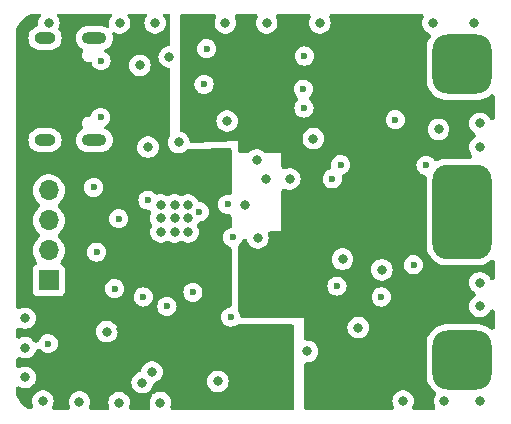
<source format=gbr>
%TF.GenerationSoftware,KiCad,Pcbnew,7.0.5*%
%TF.CreationDate,2024-02-18T20:54:15+09:00*%
%TF.ProjectId,tdc-tdt-kicad,7464632d-7464-4742-9d6b-696361642e6b,rev?*%
%TF.SameCoordinates,Original*%
%TF.FileFunction,Copper,L3,Inr*%
%TF.FilePolarity,Positive*%
%FSLAX46Y46*%
G04 Gerber Fmt 4.6, Leading zero omitted, Abs format (unit mm)*
G04 Created by KiCad (PCBNEW 7.0.5) date 2024-02-18 20:54:15*
%MOMM*%
%LPD*%
G01*
G04 APERTURE LIST*
G04 Aperture macros list*
%AMRoundRect*
0 Rectangle with rounded corners*
0 $1 Rounding radius*
0 $2 $3 $4 $5 $6 $7 $8 $9 X,Y pos of 4 corners*
0 Add a 4 corners polygon primitive as box body*
4,1,4,$2,$3,$4,$5,$6,$7,$8,$9,$2,$3,0*
0 Add four circle primitives for the rounded corners*
1,1,$1+$1,$2,$3*
1,1,$1+$1,$4,$5*
1,1,$1+$1,$6,$7*
1,1,$1+$1,$8,$9*
0 Add four rect primitives between the rounded corners*
20,1,$1+$1,$2,$3,$4,$5,0*
20,1,$1+$1,$4,$5,$6,$7,0*
20,1,$1+$1,$6,$7,$8,$9,0*
20,1,$1+$1,$8,$9,$2,$3,0*%
G04 Aperture macros list end*
%TA.AperFunction,ComponentPad*%
%ADD10R,1.700000X1.700000*%
%TD*%
%TA.AperFunction,ComponentPad*%
%ADD11O,1.700000X1.700000*%
%TD*%
%TA.AperFunction,ComponentPad*%
%ADD12RoundRect,1.250000X1.250000X-1.250000X1.250000X1.250000X-1.250000X1.250000X-1.250000X-1.250000X0*%
%TD*%
%TA.AperFunction,ComponentPad*%
%ADD13RoundRect,1.250000X1.250000X-2.750000X1.250000X2.750000X-1.250000X2.750000X-1.250000X-2.750000X0*%
%TD*%
%TA.AperFunction,ComponentPad*%
%ADD14O,2.100000X1.000000*%
%TD*%
%TA.AperFunction,ComponentPad*%
%ADD15O,1.800000X1.000000*%
%TD*%
%TA.AperFunction,ViaPad*%
%ADD16C,0.600000*%
%TD*%
%TA.AperFunction,ViaPad*%
%ADD17C,0.800000*%
%TD*%
G04 APERTURE END LIST*
D10*
%TO.N,VCC*%
%TO.C,J2*%
X132000000Y-72800000D03*
D11*
%TO.N,UART1_RX*%
X132000000Y-70260000D03*
%TO.N,UART1_TX*%
X132000000Y-67720000D03*
%TO.N,GND*%
X132000000Y-65180000D03*
%TD*%
D12*
%TO.N,TRAN_START*%
%TO.C,J1*%
X167000000Y-54500000D03*
D13*
%TO.N,GND*%
X167000000Y-67000000D03*
D12*
%TO.N,TRAN_STOP*%
X167000000Y-79500000D03*
%TD*%
D14*
%TO.N,GND*%
%TO.C,U1*%
X135860000Y-52280000D03*
D15*
X131680000Y-52280000D03*
D14*
X135860000Y-60920000D03*
D15*
X131680000Y-60920000D03*
%TD*%
D16*
%TO.N,GND*%
X147400000Y-75900000D03*
D17*
X139710000Y-54600000D03*
X153900000Y-78800000D03*
X160200000Y-71900000D03*
%TO.N,Net-(IC2-TRIGG)*%
X147100000Y-59310000D03*
%TO.N,GND*%
X142200000Y-53887500D03*
X143000000Y-61120000D03*
X140400000Y-61520000D03*
X158200000Y-76800000D03*
%TO.N,+3.3VA*%
X158200000Y-81600000D03*
X158800000Y-81000000D03*
D16*
%TO.N,+1V1*%
X137920000Y-67583000D03*
X147580000Y-69163000D03*
X144749502Y-66994268D03*
X140400000Y-66000000D03*
X147150500Y-66367326D03*
D17*
%TO.N,GND*%
X141500000Y-68700000D03*
X165000000Y-60000000D03*
D16*
X153650000Y-53800000D03*
D17*
X168500000Y-59500000D03*
X140742500Y-80544227D03*
X149600000Y-62600000D03*
X130000000Y-76000000D03*
X136912500Y-77144227D03*
X150450000Y-51000000D03*
D16*
X136050000Y-70400000D03*
X144200000Y-73800000D03*
D17*
X152400000Y-64200000D03*
X141450000Y-83144227D03*
X143800000Y-66400000D03*
X141500000Y-67550000D03*
X168500000Y-73000000D03*
X138000000Y-51000000D03*
D16*
X163945000Y-63055000D03*
X153550000Y-56600000D03*
D17*
X168500000Y-83000000D03*
D16*
X145150000Y-56200000D03*
D17*
X141500000Y-66400000D03*
X142650000Y-66400000D03*
X168000000Y-51000000D03*
X162000000Y-83000000D03*
X142650000Y-68700000D03*
X130000000Y-81000000D03*
X132000000Y-51000000D03*
D16*
X135800000Y-64920000D03*
X156400000Y-73280000D03*
X145362500Y-53187500D03*
D17*
X154400000Y-60800000D03*
X141000000Y-51000000D03*
X143800000Y-67550000D03*
X131500000Y-83000000D03*
X139912500Y-81444227D03*
X146950000Y-51000000D03*
X146312500Y-81344227D03*
X164500000Y-51000000D03*
X165500000Y-83000000D03*
D16*
X140000000Y-74200000D03*
D17*
X148650000Y-66400000D03*
D16*
X161350000Y-59200000D03*
D17*
X168500000Y-61500000D03*
X149700000Y-69200000D03*
X142650000Y-67550000D03*
X150400000Y-64200000D03*
X130000000Y-78500000D03*
X134600000Y-83100000D03*
D16*
X153600000Y-58200000D03*
D17*
X168500000Y-75000000D03*
X154950000Y-51000000D03*
X143800000Y-68700000D03*
X137950000Y-83144227D03*
%TO.N,+3.3V*%
X143112500Y-81444227D03*
X138112500Y-76944227D03*
D16*
X139975000Y-63335000D03*
X140050000Y-72000000D03*
X135000000Y-68000000D03*
X143482475Y-72057023D03*
D17*
X144500000Y-80144227D03*
X139512500Y-76944227D03*
%TO.N,+3.3VA*%
X156950000Y-52000000D03*
D16*
X156600000Y-60500000D03*
X161979500Y-62570000D03*
D17*
X144400000Y-54400000D03*
X150350000Y-53000000D03*
D16*
X152800000Y-51920000D03*
%TO.N,VBUS*%
X136430000Y-54200000D03*
X136400000Y-59000498D03*
X131950000Y-78150000D03*
%TO.N,/QSPI_SS*%
X137570882Y-73495389D03*
X142000000Y-75000000D03*
D17*
%TO.N,+2V8*%
X156874332Y-71001770D03*
D16*
X156700000Y-63000000D03*
%TO.N,MUX2*%
X162880000Y-71480000D03*
X160160000Y-74200000D03*
%TO.N,Net-(IC2-TRIGG)*%
X156000000Y-64200000D03*
%TD*%
%TA.AperFunction,Conductor*%
%TO.N,+3.3VA*%
G36*
X146021156Y-50219758D02*
G01*
X146103235Y-50274602D01*
X146158079Y-50356681D01*
X146177337Y-50453500D01*
X146158079Y-50550319D01*
X146143442Y-50579999D01*
X146115473Y-50628443D01*
X146056458Y-50810069D01*
X146036496Y-50999999D01*
X146056458Y-51189930D01*
X146115473Y-51371558D01*
X146210960Y-51536945D01*
X146338744Y-51678864D01*
X146338748Y-51678867D01*
X146493247Y-51791117D01*
X146493248Y-51791118D01*
X146667712Y-51868794D01*
X146667717Y-51868795D01*
X146667720Y-51868796D01*
X146854508Y-51908499D01*
X146854513Y-51908500D01*
X146854515Y-51908500D01*
X147045485Y-51908500D01*
X147045487Y-51908500D01*
X147232288Y-51868794D01*
X147406752Y-51791118D01*
X147561253Y-51678866D01*
X147605376Y-51629863D01*
X147689039Y-51536945D01*
X147695132Y-51526393D01*
X147784527Y-51371556D01*
X147843542Y-51189928D01*
X147863504Y-51000000D01*
X147843542Y-50810072D01*
X147784527Y-50628444D01*
X147774782Y-50611565D01*
X147756558Y-50579999D01*
X147724827Y-50486522D01*
X147731284Y-50388018D01*
X147774945Y-50299483D01*
X147849164Y-50234395D01*
X147942641Y-50202664D01*
X147975663Y-50200500D01*
X149424337Y-50200500D01*
X149521156Y-50219758D01*
X149603235Y-50274602D01*
X149658079Y-50356681D01*
X149677337Y-50453500D01*
X149658079Y-50550319D01*
X149643442Y-50579999D01*
X149615473Y-50628443D01*
X149556458Y-50810069D01*
X149536496Y-50999999D01*
X149556458Y-51189930D01*
X149615473Y-51371558D01*
X149710960Y-51536945D01*
X149838744Y-51678864D01*
X149838748Y-51678867D01*
X149993247Y-51791117D01*
X149993248Y-51791118D01*
X150167712Y-51868794D01*
X150167717Y-51868795D01*
X150167720Y-51868796D01*
X150354508Y-51908499D01*
X150354513Y-51908500D01*
X150354515Y-51908500D01*
X150545485Y-51908500D01*
X150545487Y-51908500D01*
X150732288Y-51868794D01*
X150906752Y-51791118D01*
X151061253Y-51678866D01*
X151105376Y-51629863D01*
X151189039Y-51536945D01*
X151195132Y-51526393D01*
X151284527Y-51371556D01*
X151343542Y-51189928D01*
X151363504Y-51000000D01*
X151343542Y-50810072D01*
X151284527Y-50628444D01*
X151274782Y-50611565D01*
X151256558Y-50579999D01*
X151224827Y-50486522D01*
X151231284Y-50388018D01*
X151274945Y-50299483D01*
X151349164Y-50234395D01*
X151442641Y-50202664D01*
X151475663Y-50200500D01*
X153924337Y-50200500D01*
X154021156Y-50219758D01*
X154103235Y-50274602D01*
X154158079Y-50356681D01*
X154177337Y-50453500D01*
X154158079Y-50550319D01*
X154143442Y-50579999D01*
X154115473Y-50628443D01*
X154056458Y-50810069D01*
X154036496Y-51000000D01*
X154056458Y-51189930D01*
X154115473Y-51371558D01*
X154210960Y-51536945D01*
X154338744Y-51678864D01*
X154338748Y-51678867D01*
X154493247Y-51791117D01*
X154493248Y-51791118D01*
X154667712Y-51868794D01*
X154667717Y-51868795D01*
X154667720Y-51868796D01*
X154854508Y-51908499D01*
X154854513Y-51908500D01*
X154854515Y-51908500D01*
X155045485Y-51908500D01*
X155045487Y-51908500D01*
X155232288Y-51868794D01*
X155406752Y-51791118D01*
X155561253Y-51678866D01*
X155605376Y-51629863D01*
X155689039Y-51536945D01*
X155695132Y-51526393D01*
X155784527Y-51371556D01*
X155843542Y-51189928D01*
X155863504Y-51000000D01*
X155843542Y-50810072D01*
X155784527Y-50628444D01*
X155774782Y-50611565D01*
X155756558Y-50579999D01*
X155724827Y-50486522D01*
X155731284Y-50388018D01*
X155774945Y-50299483D01*
X155849164Y-50234395D01*
X155942641Y-50202664D01*
X155975663Y-50200500D01*
X163474337Y-50200500D01*
X163571156Y-50219758D01*
X163653235Y-50274602D01*
X163708079Y-50356681D01*
X163727337Y-50453500D01*
X163708079Y-50550319D01*
X163693442Y-50579999D01*
X163665473Y-50628443D01*
X163606458Y-50810069D01*
X163586496Y-51000000D01*
X163606458Y-51189930D01*
X163665473Y-51371558D01*
X163760960Y-51536945D01*
X163888744Y-51678864D01*
X163888747Y-51678866D01*
X164043248Y-51791118D01*
X164205659Y-51863427D01*
X164286270Y-51920397D01*
X164338946Y-52003883D01*
X164355664Y-52101173D01*
X164333879Y-52197455D01*
X164306315Y-52244788D01*
X164256863Y-52311793D01*
X164256857Y-52311802D01*
X164133705Y-52544819D01*
X164046658Y-52793581D01*
X164046655Y-52793593D01*
X163997656Y-53052559D01*
X163991500Y-53162176D01*
X163991500Y-55837806D01*
X163997656Y-55947433D01*
X163997658Y-55947448D01*
X164046655Y-56206406D01*
X164046658Y-56206418D01*
X164133705Y-56455180D01*
X164210244Y-56600001D01*
X164256860Y-56688202D01*
X164413369Y-56900264D01*
X164599736Y-57086631D01*
X164811798Y-57243140D01*
X165044818Y-57366294D01*
X165293590Y-57453344D01*
X165552558Y-57502343D01*
X165662176Y-57508499D01*
X165662177Y-57508499D01*
X165662195Y-57508500D01*
X168337804Y-57508499D01*
X168337806Y-57508499D01*
X168357738Y-57507379D01*
X168447442Y-57502343D01*
X168706410Y-57453344D01*
X168955182Y-57366294D01*
X169188202Y-57243140D01*
X169396266Y-57089581D01*
X169485599Y-57047585D01*
X169584207Y-57042972D01*
X169677074Y-57076445D01*
X169750063Y-57142909D01*
X169792061Y-57232245D01*
X169799500Y-57293146D01*
X169799500Y-58989591D01*
X169780242Y-59086410D01*
X169725398Y-59168489D01*
X169643319Y-59223333D01*
X169546500Y-59242591D01*
X169449681Y-59223333D01*
X169367602Y-59168489D01*
X169327396Y-59116091D01*
X169239039Y-58963054D01*
X169111255Y-58821135D01*
X169111251Y-58821132D01*
X168956752Y-58708882D01*
X168956753Y-58708882D01*
X168782288Y-58631206D01*
X168782279Y-58631203D01*
X168595491Y-58591500D01*
X168595487Y-58591500D01*
X168404513Y-58591500D01*
X168404508Y-58591500D01*
X168217720Y-58631203D01*
X168217711Y-58631206D01*
X168043246Y-58708882D01*
X167888748Y-58821132D01*
X167888744Y-58821135D01*
X167760960Y-58963054D01*
X167665473Y-59128441D01*
X167606458Y-59310069D01*
X167586496Y-59499999D01*
X167606458Y-59689930D01*
X167665473Y-59871558D01*
X167760960Y-60036945D01*
X167888744Y-60178864D01*
X167888748Y-60178867D01*
X168049029Y-60295319D01*
X168116037Y-60367808D01*
X168150204Y-60460423D01*
X168146328Y-60559062D01*
X168105000Y-60648710D01*
X168049029Y-60704681D01*
X167888748Y-60821132D01*
X167888744Y-60821135D01*
X167760960Y-60963054D01*
X167665473Y-61128441D01*
X167606458Y-61310069D01*
X167586496Y-61499999D01*
X167606458Y-61689930D01*
X167665473Y-61871558D01*
X167760958Y-62036942D01*
X167790012Y-62069210D01*
X167840484Y-62154047D01*
X167854649Y-62251741D01*
X167830350Y-62347420D01*
X167771286Y-62426516D01*
X167686449Y-62476988D01*
X167601996Y-62491500D01*
X165662193Y-62491500D01*
X165552566Y-62497656D01*
X165552558Y-62497656D01*
X165552558Y-62497657D01*
X165552556Y-62497657D01*
X165552551Y-62497658D01*
X165293593Y-62546655D01*
X165293581Y-62546658D01*
X165044818Y-62633705D01*
X164944816Y-62686557D01*
X164850218Y-62714770D01*
X164752024Y-62704634D01*
X164665183Y-62657693D01*
X164612378Y-62597479D01*
X164581114Y-62547723D01*
X164581110Y-62547718D01*
X164452281Y-62418889D01*
X164452277Y-62418886D01*
X164298016Y-62321957D01*
X164140833Y-62266957D01*
X164126047Y-62261783D01*
X164032768Y-62251273D01*
X163945001Y-62241384D01*
X163944999Y-62241384D01*
X163763953Y-62261783D01*
X163591983Y-62321957D01*
X163437722Y-62418886D01*
X163437718Y-62418889D01*
X163308889Y-62547718D01*
X163308886Y-62547722D01*
X163211957Y-62701983D01*
X163151783Y-62873953D01*
X163131384Y-63054998D01*
X163131384Y-63055001D01*
X163139564Y-63127597D01*
X163151783Y-63236047D01*
X163171187Y-63291500D01*
X163211957Y-63408016D01*
X163308886Y-63562277D01*
X163308889Y-63562281D01*
X163437718Y-63691110D01*
X163437722Y-63691113D01*
X163554847Y-63764708D01*
X163591985Y-63788043D01*
X163763953Y-63848217D01*
X163769905Y-63848887D01*
X163777507Y-63851310D01*
X163777803Y-63851378D01*
X163777797Y-63851402D01*
X163863954Y-63878862D01*
X163939378Y-63942550D01*
X163984688Y-64030252D01*
X163994179Y-64114479D01*
X163991501Y-64162171D01*
X163991500Y-64162210D01*
X163991500Y-69837806D01*
X163997656Y-69947433D01*
X163997658Y-69947448D01*
X164046655Y-70206406D01*
X164046658Y-70206418D01*
X164133705Y-70455180D01*
X164256857Y-70688197D01*
X164256864Y-70688208D01*
X164371760Y-70843886D01*
X164413369Y-70900264D01*
X164599736Y-71086631D01*
X164811798Y-71243140D01*
X165044818Y-71366294D01*
X165293590Y-71453344D01*
X165552558Y-71502343D01*
X165662176Y-71508499D01*
X165662177Y-71508499D01*
X165662195Y-71508500D01*
X168337804Y-71508499D01*
X168337806Y-71508499D01*
X168357738Y-71507379D01*
X168447442Y-71502343D01*
X168706410Y-71453344D01*
X168955182Y-71366294D01*
X169188202Y-71243140D01*
X169396266Y-71089581D01*
X169485599Y-71047585D01*
X169584207Y-71042972D01*
X169677074Y-71076445D01*
X169750063Y-71142909D01*
X169792061Y-71232245D01*
X169799500Y-71293146D01*
X169799500Y-72489591D01*
X169780242Y-72586410D01*
X169725398Y-72668489D01*
X169643319Y-72723333D01*
X169546500Y-72742591D01*
X169449681Y-72723333D01*
X169367602Y-72668489D01*
X169327396Y-72616091D01*
X169239039Y-72463054D01*
X169111255Y-72321135D01*
X169111251Y-72321132D01*
X168956752Y-72208882D01*
X168956753Y-72208882D01*
X168782288Y-72131206D01*
X168782279Y-72131203D01*
X168595491Y-72091500D01*
X168595487Y-72091500D01*
X168404513Y-72091500D01*
X168404508Y-72091500D01*
X168217720Y-72131203D01*
X168217711Y-72131206D01*
X168043246Y-72208882D01*
X167888748Y-72321132D01*
X167888744Y-72321135D01*
X167760960Y-72463054D01*
X167665473Y-72628441D01*
X167606458Y-72810069D01*
X167586496Y-73000000D01*
X167606458Y-73189930D01*
X167665473Y-73371558D01*
X167760960Y-73536945D01*
X167888744Y-73678864D01*
X167888748Y-73678867D01*
X168049029Y-73795319D01*
X168116037Y-73867808D01*
X168150204Y-73960423D01*
X168146328Y-74059062D01*
X168105000Y-74148710D01*
X168049029Y-74204681D01*
X167888748Y-74321132D01*
X167888744Y-74321135D01*
X167760960Y-74463054D01*
X167665473Y-74628441D01*
X167606458Y-74810069D01*
X167586496Y-74999999D01*
X167606458Y-75189930D01*
X167665473Y-75371558D01*
X167760960Y-75536945D01*
X167888744Y-75678864D01*
X167888748Y-75678867D01*
X168043247Y-75791117D01*
X168043248Y-75791118D01*
X168217712Y-75868794D01*
X168217717Y-75868795D01*
X168217720Y-75868796D01*
X168404508Y-75908499D01*
X168404513Y-75908500D01*
X168404515Y-75908500D01*
X168595485Y-75908500D01*
X168595487Y-75908500D01*
X168782288Y-75868794D01*
X168956752Y-75791118D01*
X169111253Y-75678866D01*
X169239040Y-75536944D01*
X169327396Y-75383908D01*
X169392483Y-75309690D01*
X169481019Y-75266029D01*
X169579523Y-75259572D01*
X169673000Y-75291304D01*
X169747218Y-75356391D01*
X169790879Y-75444927D01*
X169799500Y-75510408D01*
X169799500Y-76706853D01*
X169780242Y-76803672D01*
X169725398Y-76885751D01*
X169643319Y-76940595D01*
X169546500Y-76959853D01*
X169449681Y-76940595D01*
X169396263Y-76910416D01*
X169188208Y-76756864D01*
X169188197Y-76756857D01*
X168955180Y-76633705D01*
X168706418Y-76546658D01*
X168706406Y-76546655D01*
X168447439Y-76497656D01*
X168447441Y-76497656D01*
X168337806Y-76491500D01*
X165662193Y-76491500D01*
X165552566Y-76497656D01*
X165552558Y-76497656D01*
X165552558Y-76497657D01*
X165552556Y-76497657D01*
X165552551Y-76497658D01*
X165293593Y-76546655D01*
X165293581Y-76546658D01*
X165044819Y-76633705D01*
X164811802Y-76756857D01*
X164811791Y-76756864D01*
X164599735Y-76913369D01*
X164413369Y-77099735D01*
X164256864Y-77311791D01*
X164256857Y-77311802D01*
X164133705Y-77544819D01*
X164046658Y-77793581D01*
X164046655Y-77793593D01*
X163997656Y-78052559D01*
X163991500Y-78162176D01*
X163991500Y-80837806D01*
X163997656Y-80947433D01*
X163997658Y-80947448D01*
X164046655Y-81206406D01*
X164046658Y-81206418D01*
X164133705Y-81455180D01*
X164256857Y-81688197D01*
X164256864Y-81688208D01*
X164351019Y-81815783D01*
X164413369Y-81900264D01*
X164599736Y-82086631D01*
X164649140Y-82123093D01*
X164683266Y-82148279D01*
X164749730Y-82221267D01*
X164783203Y-82314135D01*
X164778590Y-82412742D01*
X164752134Y-82478341D01*
X164665472Y-82628443D01*
X164606458Y-82810069D01*
X164586496Y-82999999D01*
X164606458Y-83189930D01*
X164665473Y-83371556D01*
X164693442Y-83420001D01*
X164725173Y-83513478D01*
X164718716Y-83611982D01*
X164675055Y-83700517D01*
X164600836Y-83765605D01*
X164507359Y-83797336D01*
X164474337Y-83799500D01*
X163025663Y-83799500D01*
X162928844Y-83780242D01*
X162846765Y-83725398D01*
X162791921Y-83643319D01*
X162772663Y-83546500D01*
X162791921Y-83449681D01*
X162806558Y-83420001D01*
X162818905Y-83398612D01*
X162834527Y-83371556D01*
X162893542Y-83189928D01*
X162913504Y-83000000D01*
X162893542Y-82810072D01*
X162834527Y-82628444D01*
X162834526Y-82628443D01*
X162834526Y-82628441D01*
X162739039Y-82463054D01*
X162611255Y-82321135D01*
X162611251Y-82321132D01*
X162456752Y-82208882D01*
X162456753Y-82208882D01*
X162282288Y-82131206D01*
X162282279Y-82131203D01*
X162095491Y-82091500D01*
X162095487Y-82091500D01*
X161904513Y-82091500D01*
X161904508Y-82091500D01*
X161717720Y-82131203D01*
X161717711Y-82131206D01*
X161543246Y-82208882D01*
X161388748Y-82321132D01*
X161388744Y-82321135D01*
X161260960Y-82463054D01*
X161165473Y-82628441D01*
X161106458Y-82810069D01*
X161086496Y-82999999D01*
X161106458Y-83189930D01*
X161165473Y-83371556D01*
X161193442Y-83420001D01*
X161225173Y-83513478D01*
X161218716Y-83611982D01*
X161175055Y-83700517D01*
X161100836Y-83765605D01*
X161007359Y-83797336D01*
X160974337Y-83799500D01*
X153853000Y-83799500D01*
X153756181Y-83780242D01*
X153674102Y-83725398D01*
X153619258Y-83643319D01*
X153600000Y-83546500D01*
X153600000Y-79961500D01*
X153619258Y-79864681D01*
X153674102Y-79782602D01*
X153756181Y-79727758D01*
X153853000Y-79708500D01*
X153995485Y-79708500D01*
X153995487Y-79708500D01*
X154182288Y-79668794D01*
X154356752Y-79591118D01*
X154511253Y-79478866D01*
X154639040Y-79336944D01*
X154734527Y-79171556D01*
X154793542Y-78989928D01*
X154813504Y-78800000D01*
X154793542Y-78610072D01*
X154734527Y-78428444D01*
X154734526Y-78428443D01*
X154734526Y-78428441D01*
X154639039Y-78263054D01*
X154511255Y-78121135D01*
X154511251Y-78121132D01*
X154356752Y-78008882D01*
X154356753Y-78008882D01*
X154182288Y-77931206D01*
X154182279Y-77931203D01*
X153995491Y-77891500D01*
X153995487Y-77891500D01*
X153853000Y-77891500D01*
X153756181Y-77872242D01*
X153674102Y-77817398D01*
X153619258Y-77735319D01*
X153600000Y-77638500D01*
X153600000Y-76800000D01*
X157286496Y-76800000D01*
X157306458Y-76989930D01*
X157365473Y-77171558D01*
X157460960Y-77336945D01*
X157588744Y-77478864D01*
X157588748Y-77478867D01*
X157743247Y-77591117D01*
X157743248Y-77591118D01*
X157917712Y-77668794D01*
X157917717Y-77668795D01*
X157917720Y-77668796D01*
X158104508Y-77708499D01*
X158104513Y-77708500D01*
X158104515Y-77708500D01*
X158295485Y-77708500D01*
X158295487Y-77708500D01*
X158482288Y-77668794D01*
X158656752Y-77591118D01*
X158811253Y-77478866D01*
X158939040Y-77336944D01*
X159034527Y-77171556D01*
X159093542Y-76989928D01*
X159113504Y-76800000D01*
X159093542Y-76610072D01*
X159034527Y-76428444D01*
X159034526Y-76428443D01*
X159034526Y-76428441D01*
X158939039Y-76263054D01*
X158811255Y-76121135D01*
X158811251Y-76121132D01*
X158656752Y-76008882D01*
X158656753Y-76008882D01*
X158482288Y-75931206D01*
X158482279Y-75931203D01*
X158295491Y-75891500D01*
X158295487Y-75891500D01*
X158104513Y-75891500D01*
X158104508Y-75891500D01*
X157917720Y-75931203D01*
X157917711Y-75931206D01*
X157743246Y-76008882D01*
X157588748Y-76121132D01*
X157588744Y-76121135D01*
X157460960Y-76263054D01*
X157365473Y-76428441D01*
X157306458Y-76610069D01*
X157286496Y-76800000D01*
X153600000Y-76800000D01*
X153600000Y-76000000D01*
X148450978Y-76000000D01*
X148354159Y-75980742D01*
X148272080Y-75925898D01*
X148217236Y-75843819D01*
X148199569Y-75775328D01*
X148199026Y-75770509D01*
X148193217Y-75718953D01*
X148133043Y-75546985D01*
X148133042Y-75546983D01*
X148038779Y-75396964D01*
X148003575Y-75304739D01*
X148000000Y-75262360D01*
X148000000Y-74200001D01*
X159346384Y-74200001D01*
X159366783Y-74381046D01*
X159426957Y-74553016D01*
X159465035Y-74613616D01*
X159523889Y-74707281D01*
X159652719Y-74836111D01*
X159806985Y-74933043D01*
X159978953Y-74993217D01*
X160141665Y-75011550D01*
X160159999Y-75013616D01*
X160160000Y-75013616D01*
X160160001Y-75013616D01*
X160176648Y-75011740D01*
X160341047Y-74993217D01*
X160513015Y-74933043D01*
X160667281Y-74836111D01*
X160796111Y-74707281D01*
X160893043Y-74553015D01*
X160953217Y-74381047D01*
X160973616Y-74200000D01*
X160953217Y-74018953D01*
X160893043Y-73846985D01*
X160863520Y-73800000D01*
X160796113Y-73692722D01*
X160796110Y-73692718D01*
X160667281Y-73563889D01*
X160667277Y-73563886D01*
X160513016Y-73466957D01*
X160427030Y-73436869D01*
X160341047Y-73406783D01*
X160250523Y-73396583D01*
X160160001Y-73386384D01*
X160159999Y-73386384D01*
X159978953Y-73406783D01*
X159806983Y-73466957D01*
X159652722Y-73563886D01*
X159652718Y-73563889D01*
X159523889Y-73692718D01*
X159523886Y-73692722D01*
X159426957Y-73846983D01*
X159366783Y-74018953D01*
X159346384Y-74199998D01*
X159346384Y-74200001D01*
X148000000Y-74200001D01*
X148000000Y-73280001D01*
X155586384Y-73280001D01*
X155606783Y-73461046D01*
X155666957Y-73633016D01*
X155763886Y-73787277D01*
X155763889Y-73787281D01*
X155892718Y-73916110D01*
X155892722Y-73916113D01*
X155996063Y-73981047D01*
X156046985Y-74013043D01*
X156218953Y-74073217D01*
X156381220Y-74091500D01*
X156399999Y-74093616D01*
X156400000Y-74093616D01*
X156400001Y-74093616D01*
X156418780Y-74091500D01*
X156581047Y-74073217D01*
X156753015Y-74013043D01*
X156907281Y-73916111D01*
X157036111Y-73787281D01*
X157133043Y-73633015D01*
X157193217Y-73461047D01*
X157213616Y-73280000D01*
X157193217Y-73098953D01*
X157133043Y-72926985D01*
X157097638Y-72870639D01*
X157036113Y-72772722D01*
X157036110Y-72772718D01*
X156907281Y-72643889D01*
X156907277Y-72643886D01*
X156753016Y-72546957D01*
X156667030Y-72516869D01*
X156581047Y-72486783D01*
X156490523Y-72476583D01*
X156400001Y-72466384D01*
X156399999Y-72466384D01*
X156218953Y-72486783D01*
X156046983Y-72546957D01*
X155892722Y-72643886D01*
X155892718Y-72643889D01*
X155763889Y-72772718D01*
X155763886Y-72772722D01*
X155666957Y-72926983D01*
X155606783Y-73098953D01*
X155586384Y-73279998D01*
X155586384Y-73280001D01*
X148000000Y-73280001D01*
X148000000Y-71001770D01*
X155960828Y-71001770D01*
X155963922Y-71031206D01*
X155980790Y-71191700D01*
X156039805Y-71373328D01*
X156135292Y-71538715D01*
X156263076Y-71680634D01*
X156263080Y-71680637D01*
X156417579Y-71792887D01*
X156417580Y-71792888D01*
X156592044Y-71870564D01*
X156592049Y-71870565D01*
X156592052Y-71870566D01*
X156778840Y-71910269D01*
X156778845Y-71910270D01*
X156778847Y-71910270D01*
X156969817Y-71910270D01*
X156969819Y-71910270D01*
X157018140Y-71899999D01*
X159286496Y-71899999D01*
X159306458Y-72089930D01*
X159365473Y-72271558D01*
X159460960Y-72436945D01*
X159588744Y-72578864D01*
X159588748Y-72578867D01*
X159743247Y-72691117D01*
X159743248Y-72691118D01*
X159917712Y-72768794D01*
X159917717Y-72768795D01*
X159917720Y-72768796D01*
X160017788Y-72790066D01*
X160104513Y-72808500D01*
X160104515Y-72808500D01*
X160295485Y-72808500D01*
X160295487Y-72808500D01*
X160413654Y-72783382D01*
X160482279Y-72768796D01*
X160482279Y-72768795D01*
X160482288Y-72768794D01*
X160656752Y-72691118D01*
X160811253Y-72578866D01*
X160939040Y-72436944D01*
X161034527Y-72271556D01*
X161093542Y-72089928D01*
X161113504Y-71900000D01*
X161093542Y-71710072D01*
X161034527Y-71528444D01*
X161034526Y-71528443D01*
X161034526Y-71528441D01*
X161006558Y-71480000D01*
X162066384Y-71480000D01*
X162086783Y-71661047D01*
X162103938Y-71710072D01*
X162146957Y-71833016D01*
X162243886Y-71987277D01*
X162243889Y-71987281D01*
X162372718Y-72116110D01*
X162372722Y-72116113D01*
X162520362Y-72208882D01*
X162526985Y-72213043D01*
X162698953Y-72273217D01*
X162861665Y-72291550D01*
X162879999Y-72293616D01*
X162880000Y-72293616D01*
X162880001Y-72293616D01*
X162896648Y-72291740D01*
X163061047Y-72273217D01*
X163233015Y-72213043D01*
X163387281Y-72116111D01*
X163516111Y-71987281D01*
X163613043Y-71833015D01*
X163673217Y-71661047D01*
X163693616Y-71480000D01*
X163673217Y-71298953D01*
X163613043Y-71126985D01*
X163534364Y-71001769D01*
X163516113Y-70972722D01*
X163516110Y-70972718D01*
X163387281Y-70843889D01*
X163387277Y-70843886D01*
X163233016Y-70746957D01*
X163147030Y-70716870D01*
X163061047Y-70686783D01*
X162970523Y-70676583D01*
X162880001Y-70666384D01*
X162879999Y-70666384D01*
X162698953Y-70686783D01*
X162526983Y-70746957D01*
X162372722Y-70843886D01*
X162372718Y-70843889D01*
X162243889Y-70972718D01*
X162243886Y-70972722D01*
X162146957Y-71126983D01*
X162086783Y-71298953D01*
X162073042Y-71420912D01*
X162066384Y-71480000D01*
X161006558Y-71480000D01*
X160939039Y-71363054D01*
X160811255Y-71221135D01*
X160811251Y-71221132D01*
X160656752Y-71108882D01*
X160656753Y-71108882D01*
X160482288Y-71031206D01*
X160482279Y-71031203D01*
X160295491Y-70991500D01*
X160295487Y-70991500D01*
X160104513Y-70991500D01*
X160104508Y-70991500D01*
X159917720Y-71031203D01*
X159917711Y-71031206D01*
X159743246Y-71108882D01*
X159588748Y-71221132D01*
X159588744Y-71221135D01*
X159460960Y-71363054D01*
X159365473Y-71528441D01*
X159306458Y-71710069D01*
X159286496Y-71899999D01*
X157018140Y-71899999D01*
X157156620Y-71870564D01*
X157331084Y-71792888D01*
X157485585Y-71680636D01*
X157613372Y-71538714D01*
X157708859Y-71373326D01*
X157767874Y-71191698D01*
X157787836Y-71001770D01*
X157767874Y-70811842D01*
X157708859Y-70630214D01*
X157708858Y-70630213D01*
X157708858Y-70630211D01*
X157613371Y-70464824D01*
X157485587Y-70322905D01*
X157485583Y-70322902D01*
X157331084Y-70210652D01*
X157331085Y-70210652D01*
X157156620Y-70132976D01*
X157156611Y-70132973D01*
X156969823Y-70093270D01*
X156969819Y-70093270D01*
X156778845Y-70093270D01*
X156778840Y-70093270D01*
X156592052Y-70132973D01*
X156592043Y-70132976D01*
X156417578Y-70210652D01*
X156263080Y-70322902D01*
X156263076Y-70322905D01*
X156135292Y-70464824D01*
X156039805Y-70630211D01*
X155980790Y-70811839D01*
X155963881Y-70972718D01*
X155960828Y-71001770D01*
X148000000Y-71001770D01*
X148000000Y-69990553D01*
X148019258Y-69893734D01*
X148074102Y-69811655D01*
X148080066Y-69806325D01*
X148087278Y-69799112D01*
X148087281Y-69799111D01*
X148216111Y-69670281D01*
X148313043Y-69516015D01*
X148342448Y-69431977D01*
X148392603Y-69346953D01*
X148471477Y-69287593D01*
X148567064Y-69262936D01*
X148664810Y-69276735D01*
X148749836Y-69326890D01*
X148809196Y-69405764D01*
X148821868Y-69437356D01*
X148865473Y-69571558D01*
X148960960Y-69736945D01*
X149088744Y-69878864D01*
X149088747Y-69878866D01*
X149242470Y-69990553D01*
X149243247Y-69991117D01*
X149243248Y-69991118D01*
X149417712Y-70068794D01*
X149417717Y-70068795D01*
X149417720Y-70068796D01*
X149604508Y-70108499D01*
X149604513Y-70108500D01*
X149604515Y-70108500D01*
X149795485Y-70108500D01*
X149795487Y-70108500D01*
X149982288Y-70068794D01*
X150156752Y-69991118D01*
X150311253Y-69878866D01*
X150439040Y-69736944D01*
X150534527Y-69571556D01*
X150593542Y-69389928D01*
X150613504Y-69200000D01*
X150593542Y-69010072D01*
X150567908Y-68931182D01*
X150556306Y-68833151D01*
X150583101Y-68738142D01*
X150644215Y-68660618D01*
X150730343Y-68612383D01*
X150808526Y-68600000D01*
X151700000Y-68600000D01*
X151700000Y-65272402D01*
X151719258Y-65175583D01*
X151774102Y-65093504D01*
X151856181Y-65038660D01*
X151953000Y-65019402D01*
X152049819Y-65038660D01*
X152055848Y-65041250D01*
X152117712Y-65068794D01*
X152117713Y-65068794D01*
X152117715Y-65068795D01*
X152117720Y-65068796D01*
X152304508Y-65108499D01*
X152304513Y-65108500D01*
X152304515Y-65108500D01*
X152495485Y-65108500D01*
X152495487Y-65108500D01*
X152682288Y-65068794D01*
X152856752Y-64991118D01*
X153011253Y-64878866D01*
X153139040Y-64736944D01*
X153234527Y-64571556D01*
X153293542Y-64389928D01*
X153313504Y-64200000D01*
X155186384Y-64200000D01*
X155206783Y-64381047D01*
X155236870Y-64467031D01*
X155266957Y-64553016D01*
X155363886Y-64707277D01*
X155363889Y-64707281D01*
X155492718Y-64836110D01*
X155492722Y-64836113D01*
X155560764Y-64878867D01*
X155646985Y-64933043D01*
X155818953Y-64993217D01*
X155981665Y-65011550D01*
X155999999Y-65013616D01*
X156000000Y-65013616D01*
X156000001Y-65013616D01*
X156016648Y-65011740D01*
X156181047Y-64993217D01*
X156353015Y-64933043D01*
X156507281Y-64836111D01*
X156636111Y-64707281D01*
X156733043Y-64553015D01*
X156793217Y-64381047D01*
X156813616Y-64200000D01*
X156794668Y-64031834D01*
X156802965Y-63933473D01*
X156848273Y-63845769D01*
X156923695Y-63782080D01*
X156962510Y-63764711D01*
X157053015Y-63733043D01*
X157207281Y-63636111D01*
X157336111Y-63507281D01*
X157433043Y-63353015D01*
X157493217Y-63181047D01*
X157513616Y-63000000D01*
X157493217Y-62818953D01*
X157433043Y-62646985D01*
X157414433Y-62617368D01*
X157336113Y-62492722D01*
X157336110Y-62492718D01*
X157207281Y-62363889D01*
X157207277Y-62363886D01*
X157053016Y-62266957D01*
X156967030Y-62236870D01*
X156881047Y-62206783D01*
X156790523Y-62196583D01*
X156700001Y-62186384D01*
X156699999Y-62186384D01*
X156518953Y-62206783D01*
X156346983Y-62266957D01*
X156192722Y-62363886D01*
X156192718Y-62363889D01*
X156063889Y-62492718D01*
X156063886Y-62492722D01*
X155966957Y-62646983D01*
X155906783Y-62818953D01*
X155886384Y-62999998D01*
X155886384Y-63000001D01*
X155905331Y-63168161D01*
X155897034Y-63266527D01*
X155851725Y-63354231D01*
X155776303Y-63417920D01*
X155737483Y-63435290D01*
X155646986Y-63466956D01*
X155492722Y-63563886D01*
X155492718Y-63563889D01*
X155363889Y-63692718D01*
X155363886Y-63692722D01*
X155266957Y-63846983D01*
X155206783Y-64018953D01*
X155190644Y-64162195D01*
X155186384Y-64200000D01*
X153313504Y-64200000D01*
X153293542Y-64010072D01*
X153234527Y-63828444D01*
X153234526Y-63828443D01*
X153234526Y-63828441D01*
X153139039Y-63663054D01*
X153011255Y-63521135D01*
X153011251Y-63521132D01*
X152856752Y-63408882D01*
X152856753Y-63408882D01*
X152682288Y-63331206D01*
X152682279Y-63331203D01*
X152495491Y-63291500D01*
X152495487Y-63291500D01*
X152304513Y-63291500D01*
X152304508Y-63291500D01*
X152117720Y-63331203D01*
X152117711Y-63331206D01*
X152055902Y-63358725D01*
X151959621Y-63380510D01*
X151862331Y-63363792D01*
X151778845Y-63311115D01*
X151721872Y-63230499D01*
X151700087Y-63134218D01*
X151700000Y-63127597D01*
X151700000Y-62000000D01*
X150394907Y-62000000D01*
X150298088Y-61980742D01*
X150221503Y-61929569D01*
X150221108Y-61930008D01*
X150218080Y-61927282D01*
X150216009Y-61925898D01*
X150212873Y-61922593D01*
X150211255Y-61921136D01*
X150211254Y-61921135D01*
X150211253Y-61921134D01*
X150056752Y-61808882D01*
X149882288Y-61731206D01*
X149882279Y-61731203D01*
X149695491Y-61691500D01*
X149695487Y-61691500D01*
X149504513Y-61691500D01*
X149504508Y-61691500D01*
X149317720Y-61731203D01*
X149317711Y-61731206D01*
X149143249Y-61808881D01*
X148988744Y-61921136D01*
X148978892Y-61930008D01*
X148977221Y-61928152D01*
X148914015Y-61975353D01*
X148818337Y-61999653D01*
X148805093Y-62000000D01*
X148253000Y-62000000D01*
X148156181Y-61980742D01*
X148074102Y-61925898D01*
X148019258Y-61843819D01*
X148000000Y-61747000D01*
X148000000Y-61000000D01*
X144155526Y-61156916D01*
X144058002Y-61141622D01*
X143973755Y-61090171D01*
X143915609Y-61010397D01*
X143896992Y-60942889D01*
X143896298Y-60943037D01*
X143893827Y-60931413D01*
X143893593Y-60930566D01*
X143893542Y-60930072D01*
X143851279Y-60800000D01*
X153486496Y-60800000D01*
X153506458Y-60989930D01*
X153565473Y-61171558D01*
X153660960Y-61336945D01*
X153788744Y-61478864D01*
X153788748Y-61478867D01*
X153943247Y-61591117D01*
X153943248Y-61591118D01*
X154117712Y-61668794D01*
X154117717Y-61668795D01*
X154117720Y-61668796D01*
X154304508Y-61708499D01*
X154304513Y-61708500D01*
X154304515Y-61708500D01*
X154495485Y-61708500D01*
X154495487Y-61708500D01*
X154682288Y-61668794D01*
X154856752Y-61591118D01*
X155011253Y-61478866D01*
X155139040Y-61336944D01*
X155234527Y-61171556D01*
X155293542Y-60989928D01*
X155313504Y-60800000D01*
X155293542Y-60610072D01*
X155234527Y-60428444D01*
X155234526Y-60428443D01*
X155234526Y-60428441D01*
X155139039Y-60263054D01*
X155011255Y-60121135D01*
X155011251Y-60121132D01*
X154856752Y-60008882D01*
X154856753Y-60008882D01*
X154682288Y-59931206D01*
X154682279Y-59931203D01*
X154495491Y-59891500D01*
X154495487Y-59891500D01*
X154304513Y-59891500D01*
X154304508Y-59891500D01*
X154117720Y-59931203D01*
X154117711Y-59931206D01*
X153943246Y-60008882D01*
X153788748Y-60121132D01*
X153788744Y-60121135D01*
X153660960Y-60263054D01*
X153565473Y-60428441D01*
X153506458Y-60610069D01*
X153486496Y-60800000D01*
X143851279Y-60800000D01*
X143834527Y-60748444D01*
X143834526Y-60748443D01*
X143834526Y-60748441D01*
X143739039Y-60583054D01*
X143611255Y-60441135D01*
X143611251Y-60441132D01*
X143456752Y-60328882D01*
X143456753Y-60328882D01*
X143282294Y-60251208D01*
X143274819Y-60248780D01*
X143188690Y-60200545D01*
X143127576Y-60123022D01*
X143100780Y-60028013D01*
X143100000Y-60008162D01*
X143100000Y-59310000D01*
X146186496Y-59310000D01*
X146206458Y-59499930D01*
X146265473Y-59681558D01*
X146360960Y-59846945D01*
X146488744Y-59988864D01*
X146488748Y-59988867D01*
X146643247Y-60101117D01*
X146643248Y-60101118D01*
X146817712Y-60178794D01*
X146817717Y-60178795D01*
X146817720Y-60178796D01*
X147004508Y-60218499D01*
X147004513Y-60218500D01*
X147004515Y-60218500D01*
X147195485Y-60218500D01*
X147195487Y-60218500D01*
X147381945Y-60178867D01*
X147382279Y-60178796D01*
X147382279Y-60178795D01*
X147382288Y-60178794D01*
X147556752Y-60101118D01*
X147711253Y-59988866D01*
X147839040Y-59846944D01*
X147929692Y-59689930D01*
X147934526Y-59681558D01*
X147976293Y-59553016D01*
X147993542Y-59499928D01*
X148013504Y-59310000D01*
X148001943Y-59200001D01*
X160536384Y-59200001D01*
X160556783Y-59381046D01*
X160616957Y-59553016D01*
X160713886Y-59707277D01*
X160713889Y-59707281D01*
X160842718Y-59836110D01*
X160842722Y-59836113D01*
X160994056Y-59931203D01*
X160996985Y-59933043D01*
X161168953Y-59993217D01*
X161331665Y-60011550D01*
X161349999Y-60013616D01*
X161350000Y-60013616D01*
X161350001Y-60013616D01*
X161366648Y-60011740D01*
X161470845Y-60000000D01*
X164086496Y-60000000D01*
X164106458Y-60189930D01*
X164165473Y-60371558D01*
X164260960Y-60536945D01*
X164388744Y-60678864D01*
X164388748Y-60678867D01*
X164543247Y-60791117D01*
X164543248Y-60791118D01*
X164717712Y-60868794D01*
X164717717Y-60868795D01*
X164717720Y-60868796D01*
X164904508Y-60908499D01*
X164904513Y-60908500D01*
X164904515Y-60908500D01*
X165095485Y-60908500D01*
X165095487Y-60908500D01*
X165282288Y-60868794D01*
X165456752Y-60791118D01*
X165611253Y-60678866D01*
X165653279Y-60632192D01*
X165739039Y-60536945D01*
X165783220Y-60460423D01*
X165834527Y-60371556D01*
X165893542Y-60189928D01*
X165913504Y-60000000D01*
X165893542Y-59810072D01*
X165834527Y-59628444D01*
X165834526Y-59628443D01*
X165834526Y-59628441D01*
X165739039Y-59463054D01*
X165611255Y-59321135D01*
X165611251Y-59321132D01*
X165456752Y-59208882D01*
X165456753Y-59208882D01*
X165282288Y-59131206D01*
X165282279Y-59131203D01*
X165095491Y-59091500D01*
X165095487Y-59091500D01*
X164904513Y-59091500D01*
X164904508Y-59091500D01*
X164717720Y-59131203D01*
X164717711Y-59131206D01*
X164543246Y-59208882D01*
X164388748Y-59321132D01*
X164388744Y-59321135D01*
X164260960Y-59463054D01*
X164165473Y-59628441D01*
X164106458Y-59810069D01*
X164086496Y-60000000D01*
X161470845Y-60000000D01*
X161531047Y-59993217D01*
X161703015Y-59933043D01*
X161857281Y-59836111D01*
X161986111Y-59707281D01*
X162083043Y-59553015D01*
X162143217Y-59381047D01*
X162163616Y-59200000D01*
X162143217Y-59018953D01*
X162083043Y-58846985D01*
X162076210Y-58836111D01*
X161986113Y-58692722D01*
X161986110Y-58692718D01*
X161857281Y-58563889D01*
X161857277Y-58563886D01*
X161703016Y-58466957D01*
X161617030Y-58436870D01*
X161531047Y-58406783D01*
X161440523Y-58396583D01*
X161350001Y-58386384D01*
X161349999Y-58386384D01*
X161168953Y-58406783D01*
X160996983Y-58466957D01*
X160842722Y-58563886D01*
X160842718Y-58563889D01*
X160713889Y-58692718D01*
X160713886Y-58692722D01*
X160616957Y-58846983D01*
X160556783Y-59018953D01*
X160536384Y-59199998D01*
X160536384Y-59200001D01*
X148001943Y-59200001D01*
X147993542Y-59120072D01*
X147934527Y-58938444D01*
X147934526Y-58938443D01*
X147934526Y-58938441D01*
X147839039Y-58773054D01*
X147711255Y-58631135D01*
X147711251Y-58631132D01*
X147556752Y-58518882D01*
X147556753Y-58518882D01*
X147382288Y-58441206D01*
X147382279Y-58441203D01*
X147195491Y-58401500D01*
X147195487Y-58401500D01*
X147004513Y-58401500D01*
X147004508Y-58401500D01*
X146817720Y-58441203D01*
X146817711Y-58441206D01*
X146643246Y-58518882D01*
X146488748Y-58631132D01*
X146488744Y-58631135D01*
X146360960Y-58773054D01*
X146265473Y-58938441D01*
X146206458Y-59120069D01*
X146186496Y-59310000D01*
X143100000Y-59310000D01*
X143100000Y-56200001D01*
X144336384Y-56200001D01*
X144356783Y-56381046D01*
X144416957Y-56553016D01*
X144513886Y-56707277D01*
X144513889Y-56707281D01*
X144642718Y-56836110D01*
X144642722Y-56836113D01*
X144744817Y-56900264D01*
X144796985Y-56933043D01*
X144968953Y-56993217D01*
X145131665Y-57011550D01*
X145149999Y-57013616D01*
X145150000Y-57013616D01*
X145150001Y-57013616D01*
X145166648Y-57011740D01*
X145331047Y-56993217D01*
X145503015Y-56933043D01*
X145657281Y-56836111D01*
X145786111Y-56707281D01*
X145853520Y-56600001D01*
X152736384Y-56600001D01*
X152756783Y-56781046D01*
X152816957Y-56953016D01*
X152913886Y-57107277D01*
X152913889Y-57107281D01*
X153042719Y-57236111D01*
X153042721Y-57236112D01*
X153052709Y-57246100D01*
X153107553Y-57328179D01*
X153126812Y-57424998D01*
X153107554Y-57521817D01*
X153052711Y-57603896D01*
X152963889Y-57692718D01*
X152963886Y-57692722D01*
X152866957Y-57846983D01*
X152806783Y-58018952D01*
X152806783Y-58018953D01*
X152786384Y-58200000D01*
X152806783Y-58381047D01*
X152836844Y-58466957D01*
X152866957Y-58553016D01*
X152963886Y-58707277D01*
X152963889Y-58707281D01*
X153092718Y-58836110D01*
X153092722Y-58836113D01*
X153110021Y-58846983D01*
X153246985Y-58933043D01*
X153418953Y-58993217D01*
X153581665Y-59011550D01*
X153599999Y-59013616D01*
X153600000Y-59013616D01*
X153600001Y-59013616D01*
X153616648Y-59011740D01*
X153781047Y-58993217D01*
X153953015Y-58933043D01*
X154107281Y-58836111D01*
X154236111Y-58707281D01*
X154333043Y-58553015D01*
X154393217Y-58381047D01*
X154413616Y-58200000D01*
X154393217Y-58018953D01*
X154333043Y-57846985D01*
X154236111Y-57692719D01*
X154107281Y-57563889D01*
X154097290Y-57553898D01*
X154042446Y-57471819D01*
X154023188Y-57375000D01*
X154042446Y-57278181D01*
X154097290Y-57196102D01*
X154097289Y-57196102D01*
X154186111Y-57107281D01*
X154283043Y-56953015D01*
X154343217Y-56781047D01*
X154363616Y-56600000D01*
X154343217Y-56418953D01*
X154283043Y-56246985D01*
X154257545Y-56206406D01*
X154186113Y-56092722D01*
X154186110Y-56092718D01*
X154057281Y-55963889D01*
X154057277Y-55963886D01*
X153903016Y-55866957D01*
X153817030Y-55836870D01*
X153731047Y-55806783D01*
X153640523Y-55796583D01*
X153550001Y-55786384D01*
X153549999Y-55786384D01*
X153368953Y-55806783D01*
X153196983Y-55866957D01*
X153042722Y-55963886D01*
X153042718Y-55963889D01*
X152913889Y-56092718D01*
X152913886Y-56092722D01*
X152816957Y-56246983D01*
X152756783Y-56418953D01*
X152736384Y-56599998D01*
X152736384Y-56600001D01*
X145853520Y-56600001D01*
X145883043Y-56553015D01*
X145943217Y-56381047D01*
X145963616Y-56200000D01*
X145943217Y-56018953D01*
X145883043Y-55846985D01*
X145877275Y-55837806D01*
X145786113Y-55692722D01*
X145786110Y-55692718D01*
X145657281Y-55563889D01*
X145657277Y-55563886D01*
X145503016Y-55466957D01*
X145417030Y-55436870D01*
X145331047Y-55406783D01*
X145240523Y-55396583D01*
X145150001Y-55386384D01*
X145149999Y-55386384D01*
X144968953Y-55406783D01*
X144796983Y-55466957D01*
X144642722Y-55563886D01*
X144642718Y-55563889D01*
X144513889Y-55692718D01*
X144513886Y-55692722D01*
X144416957Y-55846983D01*
X144356783Y-56018953D01*
X144336384Y-56199998D01*
X144336384Y-56200001D01*
X143100000Y-56200001D01*
X143100000Y-54022616D01*
X143100692Y-54009395D01*
X143113504Y-53887500D01*
X143100692Y-53765605D01*
X143100000Y-53752383D01*
X143100000Y-53187501D01*
X144548884Y-53187501D01*
X144569283Y-53368546D01*
X144629457Y-53540516D01*
X144726386Y-53694777D01*
X144726389Y-53694781D01*
X144855218Y-53823610D01*
X144855222Y-53823613D01*
X144956897Y-53887500D01*
X145009485Y-53920543D01*
X145181453Y-53980717D01*
X145344165Y-53999050D01*
X145362499Y-54001116D01*
X145362500Y-54001116D01*
X145362501Y-54001116D01*
X145379148Y-53999240D01*
X145543547Y-53980717D01*
X145715515Y-53920543D01*
X145869781Y-53823611D01*
X145893391Y-53800001D01*
X152836384Y-53800001D01*
X152846243Y-53887499D01*
X152856783Y-53981047D01*
X152866699Y-54009384D01*
X152916957Y-54153016D01*
X152983587Y-54259056D01*
X153013889Y-54307281D01*
X153142719Y-54436111D01*
X153296985Y-54533043D01*
X153468953Y-54593217D01*
X153631665Y-54611550D01*
X153649999Y-54613616D01*
X153650000Y-54613616D01*
X153650001Y-54613616D01*
X153666648Y-54611740D01*
X153831047Y-54593217D01*
X154003015Y-54533043D01*
X154157281Y-54436111D01*
X154286111Y-54307281D01*
X154383043Y-54153015D01*
X154443217Y-53981047D01*
X154463616Y-53800000D01*
X154443217Y-53618953D01*
X154383043Y-53446985D01*
X154333756Y-53368546D01*
X154286113Y-53292722D01*
X154286110Y-53292718D01*
X154157281Y-53163889D01*
X154157277Y-53163886D01*
X154003016Y-53066957D01*
X153917031Y-53036870D01*
X153831047Y-53006783D01*
X153740523Y-52996583D01*
X153650001Y-52986384D01*
X153649999Y-52986384D01*
X153468953Y-53006783D01*
X153296983Y-53066957D01*
X153142722Y-53163886D01*
X153142718Y-53163889D01*
X153013889Y-53292718D01*
X153013886Y-53292722D01*
X152916957Y-53446983D01*
X152856783Y-53618953D01*
X152836384Y-53799998D01*
X152836384Y-53800001D01*
X145893391Y-53800001D01*
X145998611Y-53694781D01*
X146095543Y-53540515D01*
X146155717Y-53368547D01*
X146176116Y-53187500D01*
X146155717Y-53006453D01*
X146095543Y-52834485D01*
X145998611Y-52680219D01*
X145869781Y-52551389D01*
X145869777Y-52551386D01*
X145715516Y-52454457D01*
X145629530Y-52424370D01*
X145543547Y-52394283D01*
X145453023Y-52384083D01*
X145362501Y-52373884D01*
X145362499Y-52373884D01*
X145181453Y-52394283D01*
X145009483Y-52454457D01*
X144855222Y-52551386D01*
X144855218Y-52551389D01*
X144726389Y-52680218D01*
X144726386Y-52680222D01*
X144629457Y-52834483D01*
X144569283Y-53006453D01*
X144548884Y-53187498D01*
X144548884Y-53187501D01*
X143100000Y-53187501D01*
X143100000Y-50453500D01*
X143119258Y-50356681D01*
X143174102Y-50274602D01*
X143256181Y-50219758D01*
X143353000Y-50200500D01*
X145924337Y-50200500D01*
X146021156Y-50219758D01*
G37*
%TD.AperFunction*%
%TD*%
%TA.AperFunction,Conductor*%
%TO.N,+3.3V*%
G36*
X130563430Y-61636566D02*
G01*
X130563433Y-61636569D01*
X130716990Y-61762591D01*
X130716998Y-61762596D01*
X130875236Y-61847176D01*
X130892196Y-61856241D01*
X131082299Y-61913908D01*
X131230453Y-61928500D01*
X131230462Y-61928500D01*
X132129538Y-61928500D01*
X132129547Y-61928500D01*
X132277701Y-61913908D01*
X132467804Y-61856241D01*
X132643004Y-61762595D01*
X132796568Y-61636568D01*
X132892234Y-61519999D01*
X132908647Y-61500000D01*
X134481352Y-61500000D01*
X134593430Y-61636566D01*
X134593433Y-61636569D01*
X134746990Y-61762591D01*
X134746998Y-61762596D01*
X134905236Y-61847176D01*
X134922196Y-61856241D01*
X135112299Y-61913908D01*
X135260453Y-61928500D01*
X135260462Y-61928500D01*
X136459538Y-61928500D01*
X136459547Y-61928500D01*
X136607701Y-61913908D01*
X136797804Y-61856241D01*
X136973004Y-61762595D01*
X137126568Y-61636568D01*
X137222234Y-61519999D01*
X137238647Y-61500000D01*
X139488598Y-61500000D01*
X139486496Y-61520000D01*
X139506458Y-61709930D01*
X139565473Y-61891558D01*
X139660960Y-62056945D01*
X139788744Y-62198864D01*
X139788748Y-62198867D01*
X139943247Y-62311117D01*
X139943248Y-62311118D01*
X140117712Y-62388794D01*
X140117717Y-62388795D01*
X140117720Y-62388796D01*
X140304508Y-62428499D01*
X140304513Y-62428500D01*
X140304515Y-62428500D01*
X140495485Y-62428500D01*
X140495487Y-62428500D01*
X140682288Y-62388794D01*
X140856752Y-62311118D01*
X141011253Y-62198866D01*
X141029990Y-62178057D01*
X141139039Y-62056945D01*
X141155463Y-62028499D01*
X141223233Y-61911118D01*
X141234526Y-61891558D01*
X141234924Y-61890335D01*
X141293542Y-61709928D01*
X141313504Y-61520000D01*
X141311402Y-61500000D01*
X142170347Y-61500000D01*
X142260960Y-61656945D01*
X142388744Y-61798864D01*
X142388748Y-61798867D01*
X142449693Y-61843146D01*
X142516323Y-61891556D01*
X142543247Y-61911117D01*
X142543248Y-61911118D01*
X142717712Y-61988794D01*
X142717717Y-61988795D01*
X142717720Y-61988796D01*
X142904508Y-62028499D01*
X142904513Y-62028500D01*
X142904515Y-62028500D01*
X143095485Y-62028500D01*
X143095487Y-62028500D01*
X143229568Y-62000000D01*
X143282279Y-61988796D01*
X143282279Y-61988795D01*
X143282288Y-61988794D01*
X143456752Y-61911118D01*
X143611253Y-61798866D01*
X143688567Y-61712999D01*
X143767663Y-61653935D01*
X143863341Y-61629636D01*
X143950952Y-61640466D01*
X143978446Y-61648922D01*
X144075970Y-61664216D01*
X144176468Y-61669989D01*
X147227008Y-61545477D01*
X147324530Y-61560771D01*
X147408777Y-61612222D01*
X147466923Y-61691996D01*
X147489106Y-61773466D01*
X147496366Y-61847180D01*
X147497261Y-61853207D01*
X147500000Y-61890335D01*
X147500000Y-65309982D01*
X147480742Y-65406801D01*
X147425898Y-65488880D01*
X147343819Y-65543724D01*
X147247000Y-65562982D01*
X147218673Y-65561391D01*
X147150502Y-65553710D01*
X147150499Y-65553710D01*
X146969453Y-65574109D01*
X146797483Y-65634283D01*
X146643222Y-65731212D01*
X146643218Y-65731215D01*
X146514389Y-65860044D01*
X146514386Y-65860048D01*
X146417457Y-66014309D01*
X146366039Y-66161256D01*
X146357283Y-66186279D01*
X146336884Y-66367326D01*
X146357283Y-66548373D01*
X146387370Y-66634356D01*
X146417457Y-66720342D01*
X146514386Y-66874603D01*
X146514389Y-66874607D01*
X146643218Y-67003436D01*
X146643222Y-67003439D01*
X146758259Y-67075722D01*
X146797485Y-67100369D01*
X146969453Y-67160543D01*
X147150500Y-67180942D01*
X147218675Y-67173260D01*
X147317037Y-67181556D01*
X147404741Y-67226864D01*
X147468430Y-67302286D01*
X147498409Y-67396339D01*
X147500000Y-67424669D01*
X147500000Y-68154911D01*
X147480742Y-68251730D01*
X147425898Y-68333809D01*
X147343819Y-68388653D01*
X147330562Y-68393713D01*
X147226985Y-68429956D01*
X147072722Y-68526886D01*
X147072718Y-68526889D01*
X146943889Y-68655718D01*
X146943886Y-68655722D01*
X146846957Y-68809983D01*
X146786783Y-68981953D01*
X146766384Y-69162998D01*
X146766384Y-69163001D01*
X146786783Y-69344046D01*
X146846957Y-69516016D01*
X146906772Y-69611210D01*
X146943889Y-69670281D01*
X147072719Y-69799111D01*
X147226985Y-69896043D01*
X147226984Y-69896043D01*
X147254438Y-69905649D01*
X147317061Y-69927561D01*
X147402084Y-69977714D01*
X147461444Y-70056588D01*
X147486102Y-70152174D01*
X147486500Y-70166363D01*
X147486500Y-74850543D01*
X147467242Y-74947362D01*
X147412398Y-75029441D01*
X147330319Y-75084285D01*
X147261829Y-75101952D01*
X147218953Y-75106783D01*
X147046983Y-75166957D01*
X146892722Y-75263886D01*
X146892718Y-75263889D01*
X146763889Y-75392718D01*
X146763886Y-75392722D01*
X146666957Y-75546983D01*
X146606783Y-75718953D01*
X146586384Y-75899998D01*
X146586384Y-75900001D01*
X146606783Y-76081046D01*
X146666957Y-76253016D01*
X146763886Y-76407277D01*
X146763889Y-76407281D01*
X146892719Y-76536111D01*
X147046985Y-76633043D01*
X147218953Y-76693217D01*
X147381665Y-76711550D01*
X147399999Y-76713616D01*
X147400000Y-76713616D01*
X147400001Y-76713616D01*
X147416648Y-76711740D01*
X147581047Y-76693217D01*
X147753015Y-76633043D01*
X147825334Y-76587602D01*
X147903036Y-76538779D01*
X147995261Y-76503575D01*
X148037640Y-76500000D01*
X148307638Y-76500000D01*
X148344748Y-76502736D01*
X148350785Y-76503630D01*
X148350802Y-76503634D01*
X148450978Y-76513500D01*
X152547000Y-76513500D01*
X152643819Y-76532758D01*
X152725898Y-76587602D01*
X152780742Y-76669681D01*
X152800000Y-76766500D01*
X152800000Y-83546500D01*
X152780742Y-83643319D01*
X152725898Y-83725398D01*
X152643819Y-83780242D01*
X152547000Y-83799500D01*
X142540567Y-83799500D01*
X142443748Y-83780242D01*
X142361669Y-83725398D01*
X142306825Y-83643319D01*
X142287567Y-83546500D01*
X142299950Y-83468318D01*
X142326766Y-83385784D01*
X142343542Y-83334155D01*
X142363504Y-83144227D01*
X142343542Y-82954299D01*
X142284527Y-82772671D01*
X142284526Y-82772670D01*
X142284526Y-82772668D01*
X142189039Y-82607281D01*
X142061255Y-82465362D01*
X142061251Y-82465359D01*
X141906752Y-82353109D01*
X141906753Y-82353109D01*
X141732288Y-82275433D01*
X141732279Y-82275430D01*
X141545491Y-82235727D01*
X141545487Y-82235727D01*
X141354513Y-82235727D01*
X141354508Y-82235727D01*
X141167720Y-82275430D01*
X141167711Y-82275433D01*
X140993247Y-82353109D01*
X140984130Y-82359733D01*
X140894481Y-82401058D01*
X140795841Y-82404931D01*
X140773966Y-82396860D01*
X140776959Y-82472977D01*
X140742795Y-82565592D01*
X140715094Y-82602690D01*
X140710960Y-82607281D01*
X140615473Y-82772668D01*
X140556458Y-82954296D01*
X140536496Y-83144227D01*
X140556458Y-83334157D01*
X140600050Y-83468318D01*
X140611653Y-83566350D01*
X140584858Y-83661359D01*
X140523744Y-83738882D01*
X140437615Y-83787117D01*
X140359433Y-83799500D01*
X139040567Y-83799500D01*
X138943748Y-83780242D01*
X138861669Y-83725398D01*
X138806825Y-83643319D01*
X138787567Y-83546500D01*
X138799950Y-83468318D01*
X138826766Y-83385784D01*
X138843542Y-83334155D01*
X138863504Y-83144227D01*
X138843542Y-82954299D01*
X138784527Y-82772671D01*
X138784526Y-82772670D01*
X138784526Y-82772668D01*
X138689039Y-82607281D01*
X138561255Y-82465362D01*
X138561251Y-82465359D01*
X138406752Y-82353109D01*
X138406753Y-82353109D01*
X138232288Y-82275433D01*
X138232279Y-82275430D01*
X138045491Y-82235727D01*
X138045487Y-82235727D01*
X137854513Y-82235727D01*
X137854508Y-82235727D01*
X137667720Y-82275430D01*
X137667711Y-82275433D01*
X137493246Y-82353109D01*
X137338748Y-82465359D01*
X137338744Y-82465362D01*
X137210960Y-82607281D01*
X137115473Y-82772668D01*
X137056458Y-82954296D01*
X137036496Y-83144226D01*
X137056458Y-83334157D01*
X137100050Y-83468318D01*
X137111653Y-83566350D01*
X137084858Y-83661359D01*
X137023744Y-83738882D01*
X136937615Y-83787117D01*
X136859433Y-83799500D01*
X135676196Y-83799500D01*
X135579377Y-83780242D01*
X135497298Y-83725398D01*
X135442454Y-83643319D01*
X135423196Y-83546500D01*
X135435579Y-83468318D01*
X135447298Y-83432252D01*
X135493542Y-83289928D01*
X135513504Y-83100000D01*
X135493542Y-82910072D01*
X135434527Y-82728444D01*
X135434526Y-82728443D01*
X135434526Y-82728441D01*
X135339039Y-82563054D01*
X135211255Y-82421135D01*
X135211251Y-82421132D01*
X135056752Y-82308882D01*
X135056753Y-82308882D01*
X134882288Y-82231206D01*
X134882279Y-82231203D01*
X134695491Y-82191500D01*
X134695487Y-82191500D01*
X134504513Y-82191500D01*
X134504508Y-82191500D01*
X134317720Y-82231203D01*
X134317711Y-82231206D01*
X134143246Y-82308882D01*
X133988748Y-82421132D01*
X133988744Y-82421135D01*
X133860960Y-82563054D01*
X133765473Y-82728441D01*
X133706458Y-82910069D01*
X133686496Y-83099999D01*
X133706458Y-83289930D01*
X133764421Y-83468318D01*
X133776024Y-83566349D01*
X133749229Y-83661359D01*
X133688115Y-83738882D01*
X133601986Y-83787117D01*
X133523804Y-83799500D01*
X132525663Y-83799500D01*
X132428844Y-83780242D01*
X132346765Y-83725398D01*
X132291921Y-83643319D01*
X132272663Y-83546500D01*
X132291921Y-83449681D01*
X132306558Y-83420001D01*
X132318905Y-83398612D01*
X132334527Y-83371556D01*
X132393542Y-83189928D01*
X132413504Y-83000000D01*
X132393542Y-82810072D01*
X132334527Y-82628444D01*
X132334526Y-82628443D01*
X132334526Y-82628441D01*
X132239039Y-82463054D01*
X132111255Y-82321135D01*
X132111251Y-82321132D01*
X131956752Y-82208882D01*
X131956753Y-82208882D01*
X131782288Y-82131206D01*
X131782279Y-82131203D01*
X131595491Y-82091500D01*
X131595487Y-82091500D01*
X131404513Y-82091500D01*
X131404508Y-82091500D01*
X131217720Y-82131203D01*
X131217711Y-82131206D01*
X131043246Y-82208882D01*
X130888748Y-82321132D01*
X130888744Y-82321135D01*
X130760960Y-82463054D01*
X130665473Y-82628441D01*
X130606458Y-82810069D01*
X130586496Y-83000000D01*
X130606458Y-83189930D01*
X130659677Y-83353718D01*
X130671280Y-83451749D01*
X130644485Y-83546759D01*
X130583371Y-83624282D01*
X130497242Y-83672517D01*
X130399211Y-83684120D01*
X130337742Y-83671475D01*
X130319227Y-83665191D01*
X130303920Y-83658851D01*
X130107691Y-83562082D01*
X130093345Y-83553799D01*
X130013920Y-83500729D01*
X129911423Y-83432242D01*
X129898295Y-83422168D01*
X129840583Y-83371556D01*
X129733795Y-83277906D01*
X129722093Y-83266204D01*
X129577827Y-83101699D01*
X129567758Y-83088578D01*
X129446199Y-82906652D01*
X129437917Y-82892308D01*
X129341149Y-82696081D01*
X129334810Y-82680777D01*
X129314947Y-82622263D01*
X129264482Y-82473599D01*
X129260197Y-82457605D01*
X129240729Y-82359733D01*
X129217512Y-82243013D01*
X129215352Y-82226607D01*
X129203498Y-82045741D01*
X129216383Y-81947871D01*
X129265741Y-81862380D01*
X129344057Y-81802286D01*
X129439409Y-81776737D01*
X129537280Y-81789622D01*
X129558836Y-81798058D01*
X129717712Y-81868794D01*
X129717718Y-81868795D01*
X129717720Y-81868796D01*
X129904508Y-81908499D01*
X129904513Y-81908500D01*
X129904515Y-81908500D01*
X130095485Y-81908500D01*
X130095487Y-81908500D01*
X130282288Y-81868794D01*
X130456752Y-81791118D01*
X130611253Y-81678866D01*
X130739040Y-81536944D01*
X130792570Y-81444227D01*
X138998996Y-81444227D01*
X139018958Y-81634157D01*
X139077973Y-81815785D01*
X139173460Y-81981172D01*
X139301244Y-82123091D01*
X139301248Y-82123094D01*
X139318109Y-82135344D01*
X139450051Y-82231206D01*
X139455747Y-82235344D01*
X139455748Y-82235345D01*
X139630212Y-82313021D01*
X139630217Y-82313022D01*
X139630220Y-82313023D01*
X139817008Y-82352726D01*
X139817013Y-82352727D01*
X139817015Y-82352727D01*
X140007985Y-82352727D01*
X140007987Y-82352727D01*
X140194788Y-82313021D01*
X140369252Y-82235345D01*
X140378358Y-82228728D01*
X140468004Y-82187398D01*
X140566644Y-82183520D01*
X140588531Y-82191593D01*
X140585542Y-82115462D01*
X140619712Y-82022849D01*
X140647412Y-81985755D01*
X140651540Y-81981171D01*
X140693497Y-81908500D01*
X140747027Y-81815784D01*
X140773237Y-81735118D01*
X140806042Y-81634155D01*
X140806042Y-81634151D01*
X140808800Y-81621182D01*
X140810799Y-81621606D01*
X140834865Y-81544078D01*
X140897981Y-81468176D01*
X140985339Y-81422205D01*
X141004599Y-81417312D01*
X141024788Y-81413021D01*
X141179305Y-81344226D01*
X145398996Y-81344226D01*
X145418958Y-81534157D01*
X145477973Y-81715785D01*
X145573460Y-81881172D01*
X145701244Y-82023091D01*
X145701248Y-82023094D01*
X145734356Y-82047148D01*
X145852666Y-82133106D01*
X145855747Y-82135344D01*
X145855748Y-82135345D01*
X146030212Y-82213021D01*
X146030217Y-82213022D01*
X146030220Y-82213023D01*
X146217008Y-82252726D01*
X146217013Y-82252727D01*
X146217015Y-82252727D01*
X146407985Y-82252727D01*
X146407987Y-82252727D01*
X146594788Y-82213021D01*
X146769252Y-82135345D01*
X146923753Y-82023093D01*
X146941542Y-82003337D01*
X147051539Y-81881172D01*
X147058685Y-81868796D01*
X147147027Y-81715783D01*
X147206042Y-81534155D01*
X147226004Y-81344227D01*
X147206042Y-81154299D01*
X147147027Y-80972671D01*
X147147026Y-80972670D01*
X147147026Y-80972668D01*
X147051539Y-80807281D01*
X146923755Y-80665362D01*
X146923751Y-80665359D01*
X146769252Y-80553109D01*
X146769253Y-80553109D01*
X146594788Y-80475433D01*
X146594779Y-80475430D01*
X146407991Y-80435727D01*
X146407987Y-80435727D01*
X146217013Y-80435727D01*
X146217008Y-80435727D01*
X146030220Y-80475430D01*
X146030211Y-80475433D01*
X145855746Y-80553109D01*
X145701248Y-80665359D01*
X145701244Y-80665362D01*
X145573460Y-80807281D01*
X145477973Y-80972668D01*
X145418958Y-81154296D01*
X145398996Y-81344226D01*
X141179305Y-81344226D01*
X141199252Y-81335345D01*
X141353753Y-81223093D01*
X141481540Y-81081171D01*
X141577027Y-80915783D01*
X141636042Y-80734155D01*
X141656004Y-80544227D01*
X141636042Y-80354299D01*
X141577027Y-80172671D01*
X141577026Y-80172669D01*
X141577026Y-80172668D01*
X141481539Y-80007281D01*
X141353755Y-79865362D01*
X141353751Y-79865359D01*
X141199252Y-79753109D01*
X141199253Y-79753109D01*
X141024788Y-79675433D01*
X141024779Y-79675430D01*
X140837991Y-79635727D01*
X140837987Y-79635727D01*
X140647013Y-79635727D01*
X140647008Y-79635727D01*
X140460220Y-79675430D01*
X140460211Y-79675433D01*
X140285746Y-79753109D01*
X140131248Y-79865359D01*
X140131244Y-79865362D01*
X140003460Y-80007281D01*
X139907972Y-80172669D01*
X139848957Y-80354300D01*
X139846200Y-80367272D01*
X139844203Y-80366847D01*
X139820119Y-80444402D01*
X139756994Y-80520297D01*
X139669630Y-80566257D01*
X139650388Y-80571144D01*
X139630214Y-80575432D01*
X139630211Y-80575433D01*
X139455746Y-80653109D01*
X139301248Y-80765359D01*
X139301244Y-80765362D01*
X139173460Y-80907281D01*
X139077973Y-81072668D01*
X139018958Y-81254296D01*
X138998996Y-81444227D01*
X130792570Y-81444227D01*
X130834527Y-81371556D01*
X130893542Y-81189928D01*
X130913504Y-81000000D01*
X130893542Y-80810072D01*
X130834527Y-80628444D01*
X130834526Y-80628443D01*
X130834526Y-80628441D01*
X130739039Y-80463054D01*
X130611255Y-80321135D01*
X130611251Y-80321132D01*
X130456752Y-80208882D01*
X130456753Y-80208882D01*
X130282288Y-80131206D01*
X130282279Y-80131203D01*
X130095491Y-80091500D01*
X130095487Y-80091500D01*
X129904513Y-80091500D01*
X129904508Y-80091500D01*
X129717720Y-80131203D01*
X129717707Y-80131207D01*
X129556403Y-80203024D01*
X129460122Y-80224810D01*
X129362832Y-80208092D01*
X129279345Y-80155416D01*
X129222373Y-80074800D01*
X129200587Y-79978519D01*
X129200500Y-79971897D01*
X129200500Y-79528102D01*
X129219758Y-79431283D01*
X129274602Y-79349204D01*
X129356681Y-79294360D01*
X129453500Y-79275102D01*
X129550319Y-79294360D01*
X129556378Y-79296963D01*
X129717712Y-79368794D01*
X129717717Y-79368795D01*
X129717720Y-79368796D01*
X129810811Y-79388583D01*
X129904513Y-79408500D01*
X129904515Y-79408500D01*
X130095485Y-79408500D01*
X130095487Y-79408500D01*
X130282288Y-79368794D01*
X130456752Y-79291118D01*
X130611253Y-79178866D01*
X130612272Y-79177735D01*
X130739039Y-79036945D01*
X130834527Y-78871557D01*
X130877479Y-78739364D01*
X130925713Y-78653235D01*
X131003236Y-78592121D01*
X131098245Y-78565325D01*
X131196277Y-78576928D01*
X131282406Y-78625162D01*
X131303793Y-78647282D01*
X131303842Y-78647234D01*
X131442718Y-78786110D01*
X131442722Y-78786113D01*
X131578703Y-78871556D01*
X131596985Y-78883043D01*
X131768953Y-78943217D01*
X131931610Y-78961544D01*
X131949999Y-78963616D01*
X131950000Y-78963616D01*
X131950001Y-78963616D01*
X131966648Y-78961740D01*
X132131047Y-78943217D01*
X132303015Y-78883043D01*
X132457281Y-78786111D01*
X132586111Y-78657281D01*
X132683043Y-78503015D01*
X132743217Y-78331047D01*
X132763616Y-78150000D01*
X132743217Y-77968953D01*
X132683043Y-77796985D01*
X132653983Y-77750737D01*
X132586113Y-77642722D01*
X132586110Y-77642718D01*
X132457281Y-77513889D01*
X132457277Y-77513886D01*
X132303016Y-77416957D01*
X132217031Y-77386869D01*
X132131047Y-77356783D01*
X132040523Y-77346583D01*
X131950001Y-77336384D01*
X131949999Y-77336384D01*
X131768953Y-77356783D01*
X131596983Y-77416957D01*
X131442722Y-77513886D01*
X131442718Y-77513889D01*
X131313889Y-77642718D01*
X131313886Y-77642722D01*
X131216957Y-77796983D01*
X131181928Y-77897090D01*
X131131772Y-77982114D01*
X131052897Y-78041473D01*
X130957310Y-78066129D01*
X130859563Y-78052329D01*
X130774539Y-78002173D01*
X130748011Y-77972820D01*
X130747913Y-77972909D01*
X130611255Y-77821135D01*
X130611251Y-77821132D01*
X130456752Y-77708882D01*
X130456753Y-77708882D01*
X130282288Y-77631206D01*
X130282279Y-77631203D01*
X130095491Y-77591500D01*
X130095487Y-77591500D01*
X129904513Y-77591500D01*
X129904508Y-77591500D01*
X129717720Y-77631203D01*
X129717707Y-77631207D01*
X129556403Y-77703024D01*
X129460122Y-77724810D01*
X129362832Y-77708092D01*
X129279345Y-77655416D01*
X129222373Y-77574800D01*
X129200587Y-77478519D01*
X129200500Y-77471897D01*
X129200500Y-77144227D01*
X135998996Y-77144227D01*
X136018958Y-77334157D01*
X136077973Y-77515785D01*
X136173460Y-77681172D01*
X136301244Y-77823091D01*
X136301248Y-77823094D01*
X136455747Y-77935344D01*
X136455748Y-77935345D01*
X136630212Y-78013021D01*
X136630217Y-78013022D01*
X136630220Y-78013023D01*
X136817008Y-78052726D01*
X136817013Y-78052727D01*
X136817015Y-78052727D01*
X137007985Y-78052727D01*
X137007987Y-78052727D01*
X137194788Y-78013021D01*
X137369252Y-77935345D01*
X137523753Y-77823093D01*
X137651540Y-77681171D01*
X137747027Y-77515783D01*
X137806042Y-77334155D01*
X137826004Y-77144227D01*
X137806042Y-76954299D01*
X137747027Y-76772671D01*
X137747026Y-76772670D01*
X137747026Y-76772668D01*
X137651539Y-76607281D01*
X137523755Y-76465362D01*
X137523751Y-76465359D01*
X137369252Y-76353109D01*
X137369253Y-76353109D01*
X137194788Y-76275433D01*
X137194779Y-76275430D01*
X137007991Y-76235727D01*
X137007987Y-76235727D01*
X136817013Y-76235727D01*
X136817008Y-76235727D01*
X136630220Y-76275430D01*
X136630211Y-76275433D01*
X136455746Y-76353109D01*
X136301248Y-76465359D01*
X136301244Y-76465362D01*
X136173460Y-76607281D01*
X136077973Y-76772668D01*
X136018958Y-76954296D01*
X135998996Y-77144227D01*
X129200500Y-77144227D01*
X129200500Y-77028102D01*
X129219758Y-76931283D01*
X129274602Y-76849204D01*
X129356681Y-76794360D01*
X129453500Y-76775102D01*
X129550319Y-76794360D01*
X129556378Y-76796963D01*
X129717712Y-76868794D01*
X129717717Y-76868795D01*
X129717720Y-76868796D01*
X129882627Y-76903848D01*
X129904513Y-76908500D01*
X129904515Y-76908500D01*
X130095485Y-76908500D01*
X130095487Y-76908500D01*
X130282288Y-76868794D01*
X130456752Y-76791118D01*
X130611253Y-76678866D01*
X130739040Y-76536944D01*
X130834527Y-76371556D01*
X130893542Y-76189928D01*
X130913504Y-76000000D01*
X130893542Y-75810072D01*
X130834527Y-75628444D01*
X130834526Y-75628443D01*
X130834526Y-75628441D01*
X130739039Y-75463054D01*
X130611255Y-75321135D01*
X130611251Y-75321132D01*
X130456752Y-75208882D01*
X130456753Y-75208882D01*
X130282288Y-75131206D01*
X130282279Y-75131203D01*
X130095491Y-75091500D01*
X130095487Y-75091500D01*
X129904513Y-75091500D01*
X129904508Y-75091500D01*
X129717720Y-75131203D01*
X129717715Y-75131205D01*
X129717713Y-75131205D01*
X129717712Y-75131206D01*
X129663335Y-75155416D01*
X129556402Y-75203025D01*
X129460120Y-75224810D01*
X129362830Y-75208092D01*
X129279344Y-75155416D01*
X129222371Y-75074800D01*
X129200586Y-74978518D01*
X129200500Y-74971973D01*
X129200500Y-70260000D01*
X130636844Y-70260000D01*
X130655435Y-70484365D01*
X130655436Y-70484370D01*
X130710703Y-70702612D01*
X130710706Y-70702620D01*
X130801138Y-70908789D01*
X130924278Y-71097269D01*
X130945238Y-71120037D01*
X130996644Y-71204312D01*
X131011885Y-71301844D01*
X130988642Y-71397785D01*
X130930454Y-71477527D01*
X130910720Y-71493925D01*
X130786742Y-71586735D01*
X130786737Y-71586740D01*
X130699113Y-71703791D01*
X130699111Y-71703795D01*
X130699111Y-71703796D01*
X130696013Y-71712101D01*
X130648009Y-71840803D01*
X130641501Y-71901345D01*
X130641500Y-71901365D01*
X130641500Y-73698634D01*
X130641501Y-73698654D01*
X130648009Y-73759196D01*
X130648011Y-73759201D01*
X130699111Y-73896204D01*
X130699112Y-73896205D01*
X130699113Y-73896208D01*
X130786737Y-74013259D01*
X130786740Y-74013262D01*
X130903791Y-74100886D01*
X130903792Y-74100886D01*
X130903796Y-74100889D01*
X131040799Y-74151989D01*
X131040802Y-74151989D01*
X131040804Y-74151990D01*
X131040802Y-74151990D01*
X131089065Y-74157178D01*
X131101362Y-74158500D01*
X131101365Y-74158500D01*
X132898635Y-74158500D01*
X132898638Y-74158500D01*
X132921479Y-74156044D01*
X132959196Y-74151990D01*
X132959197Y-74151989D01*
X132959201Y-74151989D01*
X133096204Y-74100889D01*
X133213261Y-74013261D01*
X133300889Y-73896204D01*
X133351989Y-73759201D01*
X133358500Y-73698638D01*
X133358500Y-73495389D01*
X136757266Y-73495389D01*
X136777665Y-73676436D01*
X136806624Y-73759196D01*
X136837839Y-73848405D01*
X136934768Y-74002666D01*
X136934771Y-74002670D01*
X137063600Y-74131499D01*
X137063604Y-74131502D01*
X137172614Y-74199998D01*
X137217867Y-74228432D01*
X137389835Y-74288606D01*
X137552547Y-74306939D01*
X137570881Y-74309005D01*
X137570882Y-74309005D01*
X137570883Y-74309005D01*
X137587530Y-74307129D01*
X137751929Y-74288606D01*
X137923897Y-74228432D01*
X137969145Y-74200001D01*
X139186384Y-74200001D01*
X139193827Y-74266058D01*
X139206783Y-74381047D01*
X139226050Y-74436110D01*
X139266957Y-74553016D01*
X139363886Y-74707277D01*
X139363889Y-74707281D01*
X139492718Y-74836110D01*
X139492722Y-74836113D01*
X139622119Y-74917419D01*
X139646985Y-74933043D01*
X139818953Y-74993217D01*
X139981665Y-75011550D01*
X139999999Y-75013616D01*
X140000000Y-75013616D01*
X140000001Y-75013616D01*
X140016648Y-75011740D01*
X140120845Y-75000000D01*
X141186384Y-75000000D01*
X141206783Y-75181047D01*
X141216523Y-75208882D01*
X141266957Y-75353016D01*
X141363886Y-75507277D01*
X141363889Y-75507281D01*
X141492719Y-75636111D01*
X141646985Y-75733043D01*
X141818953Y-75793217D01*
X141981665Y-75811550D01*
X141999999Y-75813616D01*
X142000000Y-75813616D01*
X142000001Y-75813616D01*
X142016648Y-75811740D01*
X142181047Y-75793217D01*
X142353015Y-75733043D01*
X142507281Y-75636111D01*
X142636111Y-75507281D01*
X142733043Y-75353015D01*
X142793217Y-75181047D01*
X142813616Y-75000000D01*
X142813592Y-74999791D01*
X142806072Y-74933043D01*
X142793217Y-74818953D01*
X142733043Y-74646985D01*
X142697090Y-74589767D01*
X142636113Y-74492722D01*
X142636110Y-74492718D01*
X142507281Y-74363889D01*
X142507277Y-74363886D01*
X142353016Y-74266957D01*
X142242916Y-74228432D01*
X142181047Y-74206783D01*
X142090523Y-74196583D01*
X142000001Y-74186384D01*
X141999999Y-74186384D01*
X141818953Y-74206783D01*
X141646983Y-74266957D01*
X141492722Y-74363886D01*
X141492718Y-74363889D01*
X141363889Y-74492718D01*
X141363886Y-74492722D01*
X141266957Y-74646983D01*
X141206783Y-74818953D01*
X141186408Y-74999791D01*
X141186384Y-75000000D01*
X140120845Y-75000000D01*
X140181047Y-74993217D01*
X140353015Y-74933043D01*
X140507281Y-74836111D01*
X140636111Y-74707281D01*
X140733043Y-74553015D01*
X140793217Y-74381047D01*
X140813616Y-74200000D01*
X140793217Y-74018953D01*
X140733043Y-73846985D01*
X140703520Y-73800000D01*
X143386384Y-73800000D01*
X143406783Y-73981047D01*
X143420047Y-74018953D01*
X143466957Y-74153016D01*
X143563886Y-74307277D01*
X143563889Y-74307281D01*
X143692718Y-74436110D01*
X143692722Y-74436113D01*
X143782814Y-74492722D01*
X143846985Y-74533043D01*
X144018953Y-74593217D01*
X144181665Y-74611550D01*
X144199999Y-74613616D01*
X144200000Y-74613616D01*
X144200001Y-74613616D01*
X144216648Y-74611740D01*
X144381047Y-74593217D01*
X144553015Y-74533043D01*
X144707281Y-74436111D01*
X144836111Y-74307281D01*
X144933043Y-74153015D01*
X144993217Y-73981047D01*
X145013616Y-73800000D01*
X144993217Y-73618953D01*
X144933043Y-73446985D01*
X144932898Y-73446755D01*
X144836113Y-73292722D01*
X144836110Y-73292718D01*
X144707281Y-73163889D01*
X144707277Y-73163886D01*
X144553016Y-73066957D01*
X144467030Y-73036869D01*
X144381047Y-73006783D01*
X144290523Y-72996583D01*
X144200001Y-72986384D01*
X144199999Y-72986384D01*
X144018953Y-73006783D01*
X143846983Y-73066957D01*
X143692722Y-73163886D01*
X143692718Y-73163889D01*
X143563889Y-73292718D01*
X143563886Y-73292722D01*
X143466957Y-73446983D01*
X143424114Y-73569423D01*
X143406783Y-73618953D01*
X143386384Y-73800000D01*
X140703520Y-73800000D01*
X140636113Y-73692722D01*
X140636110Y-73692718D01*
X140507281Y-73563889D01*
X140507277Y-73563886D01*
X140353016Y-73466957D01*
X140253742Y-73432220D01*
X140181047Y-73406783D01*
X140090523Y-73396583D01*
X140000001Y-73386384D01*
X139999999Y-73386384D01*
X139818953Y-73406783D01*
X139646983Y-73466957D01*
X139492722Y-73563886D01*
X139492718Y-73563889D01*
X139363889Y-73692718D01*
X139363886Y-73692722D01*
X139266957Y-73846983D01*
X139206783Y-74018953D01*
X139186384Y-74199998D01*
X139186384Y-74200001D01*
X137969145Y-74200001D01*
X138078163Y-74131500D01*
X138206993Y-74002670D01*
X138303925Y-73848404D01*
X138364099Y-73676436D01*
X138384498Y-73495389D01*
X138381294Y-73466957D01*
X138379018Y-73446755D01*
X138364099Y-73314342D01*
X138303925Y-73142374D01*
X138274099Y-73094907D01*
X138206995Y-72988111D01*
X138206992Y-72988107D01*
X138078163Y-72859278D01*
X138078159Y-72859275D01*
X137923898Y-72762346D01*
X137837912Y-72732259D01*
X137751929Y-72702172D01*
X137613599Y-72686586D01*
X137570883Y-72681773D01*
X137570881Y-72681773D01*
X137389835Y-72702172D01*
X137217865Y-72762346D01*
X137063604Y-72859275D01*
X137063600Y-72859278D01*
X136934771Y-72988107D01*
X136934768Y-72988111D01*
X136837839Y-73142372D01*
X136777665Y-73314342D01*
X136760470Y-73466957D01*
X136757266Y-73495389D01*
X133358500Y-73495389D01*
X133358500Y-71901362D01*
X133356986Y-71887287D01*
X133351990Y-71840803D01*
X133351989Y-71840799D01*
X133300889Y-71703796D01*
X133300886Y-71703792D01*
X133300886Y-71703791D01*
X133213262Y-71586740D01*
X133213261Y-71586739D01*
X133089279Y-71493926D01*
X133023313Y-71420487D01*
X132990473Y-71327394D01*
X132995757Y-71228820D01*
X133038362Y-71139771D01*
X133054764Y-71120034D01*
X133075721Y-71097269D01*
X133115677Y-71036113D01*
X133198860Y-70908791D01*
X133289296Y-70702616D01*
X133344564Y-70484368D01*
X133351555Y-70400000D01*
X135236384Y-70400000D01*
X135256783Y-70581047D01*
X135272117Y-70624870D01*
X135316957Y-70753016D01*
X135413886Y-70907277D01*
X135413889Y-70907281D01*
X135542718Y-71036110D01*
X135542722Y-71036113D01*
X135640049Y-71097268D01*
X135696985Y-71133043D01*
X135868953Y-71193217D01*
X136031665Y-71211550D01*
X136049999Y-71213616D01*
X136050000Y-71213616D01*
X136050001Y-71213616D01*
X136066648Y-71211740D01*
X136231047Y-71193217D01*
X136403015Y-71133043D01*
X136557281Y-71036111D01*
X136686111Y-70907281D01*
X136783043Y-70753015D01*
X136843217Y-70581047D01*
X136863616Y-70400000D01*
X136843217Y-70218953D01*
X136783043Y-70046985D01*
X136775909Y-70035632D01*
X136686113Y-69892722D01*
X136686110Y-69892718D01*
X136557281Y-69763889D01*
X136557277Y-69763886D01*
X136403016Y-69666957D01*
X136317031Y-69636869D01*
X136231047Y-69606783D01*
X136140523Y-69596583D01*
X136050001Y-69586384D01*
X136049999Y-69586384D01*
X135868953Y-69606783D01*
X135696983Y-69666957D01*
X135542722Y-69763886D01*
X135542718Y-69763889D01*
X135413889Y-69892718D01*
X135413886Y-69892722D01*
X135316957Y-70046983D01*
X135307804Y-70073142D01*
X135256783Y-70218953D01*
X135236384Y-70400000D01*
X133351555Y-70400000D01*
X133363156Y-70260000D01*
X133344564Y-70035632D01*
X133289296Y-69817384D01*
X133224771Y-69670281D01*
X133198861Y-69611210D01*
X133075721Y-69422730D01*
X132923246Y-69257100D01*
X132923243Y-69257098D01*
X132923240Y-69257094D01*
X132836587Y-69189648D01*
X132772016Y-69114988D01*
X132740930Y-69021294D01*
X132748065Y-68922837D01*
X132792334Y-68834604D01*
X132836584Y-68790353D01*
X132923240Y-68722906D01*
X133075722Y-68557268D01*
X133198860Y-68368791D01*
X133289296Y-68162616D01*
X133344564Y-67944368D01*
X133363156Y-67720000D01*
X133351804Y-67583001D01*
X137106384Y-67583001D01*
X137116583Y-67673523D01*
X137126783Y-67764047D01*
X137139154Y-67799401D01*
X137186957Y-67936016D01*
X137283886Y-68090277D01*
X137283889Y-68090281D01*
X137412718Y-68219110D01*
X137412722Y-68219113D01*
X137464631Y-68251730D01*
X137566985Y-68316043D01*
X137738953Y-68376217D01*
X137894235Y-68393713D01*
X137919999Y-68396616D01*
X137920000Y-68396616D01*
X137920001Y-68396616D01*
X137936648Y-68394740D01*
X138101047Y-68376217D01*
X138273015Y-68316043D01*
X138427281Y-68219111D01*
X138556111Y-68090281D01*
X138653043Y-67936015D01*
X138713217Y-67764047D01*
X138733616Y-67583000D01*
X138713217Y-67401953D01*
X138653043Y-67229985D01*
X138618691Y-67175315D01*
X138556113Y-67075722D01*
X138556110Y-67075718D01*
X138427281Y-66946889D01*
X138427277Y-66946886D01*
X138273016Y-66849957D01*
X138165531Y-66812347D01*
X138101047Y-66789783D01*
X138010523Y-66779583D01*
X137920001Y-66769384D01*
X137919999Y-66769384D01*
X137738953Y-66789783D01*
X137566983Y-66849957D01*
X137412722Y-66946886D01*
X137412718Y-66946889D01*
X137283889Y-67075718D01*
X137283886Y-67075722D01*
X137186957Y-67229983D01*
X137126783Y-67401953D01*
X137106384Y-67582998D01*
X137106384Y-67583001D01*
X133351804Y-67583001D01*
X133344564Y-67495632D01*
X133289296Y-67277384D01*
X133211651Y-67100369D01*
X133198861Y-67071210D01*
X133075721Y-66882730D01*
X132923246Y-66717100D01*
X132923243Y-66717098D01*
X132923240Y-66717094D01*
X132836587Y-66649648D01*
X132772016Y-66574988D01*
X132740930Y-66481294D01*
X132748065Y-66382837D01*
X132792334Y-66294604D01*
X132836584Y-66250353D01*
X132923240Y-66182906D01*
X133075722Y-66017268D01*
X133087003Y-66000001D01*
X139586384Y-66000001D01*
X139596583Y-66090523D01*
X139606783Y-66181047D01*
X139608614Y-66186279D01*
X139666957Y-66353016D01*
X139763886Y-66507277D01*
X139763889Y-66507281D01*
X139892718Y-66636110D01*
X139892722Y-66636113D01*
X140026771Y-66720342D01*
X140046985Y-66733043D01*
X140218953Y-66793217D01*
X140400000Y-66813616D01*
X140411259Y-66812347D01*
X140509623Y-66820640D01*
X140597328Y-66865946D01*
X140661019Y-66941366D01*
X140691000Y-67035419D01*
X140682707Y-67133786D01*
X140670721Y-67166654D01*
X140665474Y-67178438D01*
X140606458Y-67360069D01*
X140586496Y-67550000D01*
X140606458Y-67739930D01*
X140665473Y-67921558D01*
X140709896Y-67998500D01*
X140741627Y-68091976D01*
X140735171Y-68190481D01*
X140709896Y-68251500D01*
X140665473Y-68328441D01*
X140606458Y-68510069D01*
X140601497Y-68557269D01*
X140586496Y-68700000D01*
X140591722Y-68749718D01*
X140606458Y-68889930D01*
X140665473Y-69071558D01*
X140760960Y-69236945D01*
X140888744Y-69378864D01*
X140888747Y-69378866D01*
X141035825Y-69485725D01*
X141043247Y-69491117D01*
X141043248Y-69491118D01*
X141217712Y-69568794D01*
X141217717Y-69568795D01*
X141217720Y-69568796D01*
X141396435Y-69606783D01*
X141404513Y-69608500D01*
X141404515Y-69608500D01*
X141595485Y-69608500D01*
X141595487Y-69608500D01*
X141782288Y-69568794D01*
X141956752Y-69491118D01*
X141956752Y-69491117D01*
X141968865Y-69485725D01*
X141970121Y-69488546D01*
X142041943Y-69464155D01*
X142140448Y-69470598D01*
X142180486Y-69487182D01*
X142181135Y-69485725D01*
X142193247Y-69491117D01*
X142193248Y-69491118D01*
X142367712Y-69568794D01*
X142367717Y-69568795D01*
X142367720Y-69568796D01*
X142546435Y-69606783D01*
X142554513Y-69608500D01*
X142554515Y-69608500D01*
X142745485Y-69608500D01*
X142745487Y-69608500D01*
X142932288Y-69568794D01*
X143106752Y-69491118D01*
X143106752Y-69491117D01*
X143118865Y-69485725D01*
X143120121Y-69488546D01*
X143191943Y-69464155D01*
X143290448Y-69470598D01*
X143330486Y-69487182D01*
X143331135Y-69485725D01*
X143343247Y-69491117D01*
X143343248Y-69491118D01*
X143517712Y-69568794D01*
X143517717Y-69568795D01*
X143517720Y-69568796D01*
X143696435Y-69606783D01*
X143704513Y-69608500D01*
X143704515Y-69608500D01*
X143895485Y-69608500D01*
X143895487Y-69608500D01*
X144082288Y-69568794D01*
X144256752Y-69491118D01*
X144411253Y-69378866D01*
X144539040Y-69236944D01*
X144634527Y-69071556D01*
X144693542Y-68889928D01*
X144713504Y-68700000D01*
X144693542Y-68510072D01*
X144634527Y-68328444D01*
X144590102Y-68251498D01*
X144558372Y-68158024D01*
X144564827Y-68059519D01*
X144590099Y-67998506D01*
X144632865Y-67924434D01*
X144697950Y-67850220D01*
X144786486Y-67806559D01*
X144823630Y-67799531D01*
X144930549Y-67787485D01*
X145102517Y-67727311D01*
X145256783Y-67630379D01*
X145385613Y-67501549D01*
X145482545Y-67347283D01*
X145542719Y-67175315D01*
X145563118Y-66994268D01*
X145542719Y-66813221D01*
X145482545Y-66641253D01*
X145479315Y-66636113D01*
X145385615Y-66486990D01*
X145385612Y-66486986D01*
X145256783Y-66358157D01*
X145256779Y-66358154D01*
X145102518Y-66261225D01*
X145016532Y-66231138D01*
X144930549Y-66201051D01*
X144907015Y-66198399D01*
X144843423Y-66191234D01*
X144749370Y-66161256D01*
X144673948Y-66097567D01*
X144642630Y-66039349D01*
X144639920Y-66040556D01*
X144634531Y-66028452D01*
X144634527Y-66028446D01*
X144634527Y-66028444D01*
X144539040Y-65863056D01*
X144539036Y-65863052D01*
X144539036Y-65863051D01*
X144411255Y-65721135D01*
X144411251Y-65721132D01*
X144256752Y-65608882D01*
X144256753Y-65608882D01*
X144082288Y-65531206D01*
X144082279Y-65531203D01*
X143895491Y-65491500D01*
X143895487Y-65491500D01*
X143704513Y-65491500D01*
X143704508Y-65491500D01*
X143517720Y-65531203D01*
X143517711Y-65531206D01*
X143331135Y-65614275D01*
X143329881Y-65611459D01*
X143257999Y-65635852D01*
X143159495Y-65629386D01*
X143119510Y-65612824D01*
X143118865Y-65614275D01*
X142932288Y-65531206D01*
X142932279Y-65531203D01*
X142745491Y-65491500D01*
X142745487Y-65491500D01*
X142554513Y-65491500D01*
X142554508Y-65491500D01*
X142367720Y-65531203D01*
X142367711Y-65531206D01*
X142181135Y-65614275D01*
X142179881Y-65611459D01*
X142107999Y-65635852D01*
X142009495Y-65629386D01*
X141969510Y-65612824D01*
X141968865Y-65614275D01*
X141782288Y-65531206D01*
X141782279Y-65531203D01*
X141595491Y-65491500D01*
X141595487Y-65491500D01*
X141404513Y-65491500D01*
X141279453Y-65518082D01*
X141234050Y-65527733D01*
X141135343Y-65529024D01*
X141043655Y-65492444D01*
X141002551Y-65459159D01*
X140907281Y-65363889D01*
X140907277Y-65363886D01*
X140753016Y-65266957D01*
X140667030Y-65236869D01*
X140581047Y-65206783D01*
X140490523Y-65196583D01*
X140400001Y-65186384D01*
X140399999Y-65186384D01*
X140218953Y-65206783D01*
X140046983Y-65266957D01*
X139892722Y-65363886D01*
X139892718Y-65363889D01*
X139763889Y-65492718D01*
X139763886Y-65492722D01*
X139666957Y-65646983D01*
X139606783Y-65818953D01*
X139586384Y-65999998D01*
X139586384Y-66000001D01*
X133087003Y-66000001D01*
X133198860Y-65828791D01*
X133289296Y-65622616D01*
X133344564Y-65404368D01*
X133363156Y-65180000D01*
X133344564Y-64955632D01*
X133335541Y-64920001D01*
X134986384Y-64920001D01*
X135006783Y-65101046D01*
X135066957Y-65273016D01*
X135163886Y-65427277D01*
X135163889Y-65427281D01*
X135292718Y-65556110D01*
X135292722Y-65556113D01*
X135437343Y-65646985D01*
X135446985Y-65653043D01*
X135618953Y-65713217D01*
X135781665Y-65731550D01*
X135799999Y-65733616D01*
X135800000Y-65733616D01*
X135800001Y-65733616D01*
X135816648Y-65731740D01*
X135981047Y-65713217D01*
X136153015Y-65653043D01*
X136307281Y-65556111D01*
X136436111Y-65427281D01*
X136533043Y-65273015D01*
X136593217Y-65101047D01*
X136613616Y-64920000D01*
X136593217Y-64738953D01*
X136533043Y-64566985D01*
X136510563Y-64531209D01*
X136436113Y-64412722D01*
X136436110Y-64412718D01*
X136307281Y-64283889D01*
X136307277Y-64283886D01*
X136153016Y-64186957D01*
X136028121Y-64143255D01*
X135981047Y-64126783D01*
X135890523Y-64116583D01*
X135800001Y-64106384D01*
X135799999Y-64106384D01*
X135618953Y-64126783D01*
X135446983Y-64186957D01*
X135292722Y-64283886D01*
X135292718Y-64283889D01*
X135163889Y-64412718D01*
X135163886Y-64412722D01*
X135066957Y-64566983D01*
X135006783Y-64738953D01*
X134986384Y-64919998D01*
X134986384Y-64920001D01*
X133335541Y-64920001D01*
X133289296Y-64737384D01*
X133214552Y-64566983D01*
X133198861Y-64531210D01*
X133075721Y-64342730D01*
X132923246Y-64177100D01*
X132923243Y-64177097D01*
X132923240Y-64177094D01*
X132745576Y-64038811D01*
X132547574Y-63931658D01*
X132334635Y-63858556D01*
X132334634Y-63858555D01*
X132334632Y-63858555D01*
X132112573Y-63821500D01*
X132112569Y-63821500D01*
X131887431Y-63821500D01*
X131887427Y-63821500D01*
X131665367Y-63858555D01*
X131583565Y-63886638D01*
X131452426Y-63931658D01*
X131452424Y-63931658D01*
X131452424Y-63931659D01*
X131254423Y-64038811D01*
X131076761Y-64177093D01*
X131076753Y-64177100D01*
X130924278Y-64342730D01*
X130801138Y-64531210D01*
X130710706Y-64737379D01*
X130710703Y-64737387D01*
X130655436Y-64955629D01*
X130655435Y-64955634D01*
X130636844Y-65180000D01*
X130655435Y-65404365D01*
X130655436Y-65404370D01*
X130710703Y-65622612D01*
X130710706Y-65622620D01*
X130801138Y-65828789D01*
X130924278Y-66017269D01*
X131076753Y-66182899D01*
X131076755Y-66182901D01*
X131076760Y-66182906D01*
X131163409Y-66250348D01*
X131227983Y-66325014D01*
X131259069Y-66418707D01*
X131251934Y-66517164D01*
X131207664Y-66605397D01*
X131163410Y-66649650D01*
X131108485Y-66692400D01*
X131076761Y-66717093D01*
X131076753Y-66717100D01*
X130924278Y-66882730D01*
X130801138Y-67071210D01*
X130710706Y-67277379D01*
X130710703Y-67277387D01*
X130655436Y-67495629D01*
X130655435Y-67495634D01*
X130636844Y-67720000D01*
X130655435Y-67944365D01*
X130655436Y-67944370D01*
X130710703Y-68162612D01*
X130710706Y-68162620D01*
X130801138Y-68368789D01*
X130924278Y-68557269D01*
X131076753Y-68722899D01*
X131076755Y-68722901D01*
X131076760Y-68722906D01*
X131163409Y-68790348D01*
X131227983Y-68865014D01*
X131259069Y-68958707D01*
X131251934Y-69057164D01*
X131207664Y-69145397D01*
X131163410Y-69189650D01*
X131108485Y-69232400D01*
X131076761Y-69257093D01*
X131076753Y-69257100D01*
X130924278Y-69422730D01*
X130801138Y-69611210D01*
X130710706Y-69817379D01*
X130710703Y-69817387D01*
X130655436Y-70035629D01*
X130655435Y-70035634D01*
X130636844Y-70260000D01*
X129200500Y-70260000D01*
X129200500Y-61500000D01*
X130451352Y-61500000D01*
X130563430Y-61636566D01*
G37*
%TD.AperFunction*%
%TD*%
%TA.AperFunction,Conductor*%
%TO.N,+3.3V*%
G36*
X131285897Y-50220185D02*
G01*
X131331652Y-50272989D01*
X131341596Y-50342147D01*
X131312571Y-50405703D01*
X131311008Y-50407472D01*
X131260959Y-50463057D01*
X131165473Y-50628443D01*
X131165470Y-50628450D01*
X131106459Y-50810068D01*
X131106458Y-50810072D01*
X131086496Y-50999999D01*
X131086496Y-51000000D01*
X131104798Y-51174135D01*
X131092228Y-51242865D01*
X131044496Y-51293888D01*
X131017473Y-51305756D01*
X130892194Y-51343759D01*
X130717001Y-51437401D01*
X130716994Y-51437405D01*
X130563431Y-51563431D01*
X130437405Y-51716994D01*
X130437401Y-51717001D01*
X130343760Y-51892191D01*
X130286091Y-52082300D01*
X130266620Y-52280000D01*
X130286091Y-52477699D01*
X130343760Y-52667808D01*
X130437401Y-52842998D01*
X130437405Y-52843005D01*
X130563431Y-52996568D01*
X130716994Y-53122594D01*
X130717001Y-53122598D01*
X130892191Y-53216239D01*
X130892193Y-53216239D01*
X130892196Y-53216241D01*
X131082299Y-53273908D01*
X131082298Y-53273908D01*
X131119337Y-53277556D01*
X131230453Y-53288500D01*
X131230456Y-53288500D01*
X132129544Y-53288500D01*
X132129547Y-53288500D01*
X132277701Y-53273908D01*
X132467804Y-53216241D01*
X132643004Y-53122595D01*
X132796568Y-52996568D01*
X132922595Y-52843004D01*
X133016241Y-52667804D01*
X133073908Y-52477701D01*
X133093380Y-52280000D01*
X133073908Y-52082299D01*
X133016241Y-51892196D01*
X133016239Y-51892193D01*
X133016239Y-51892191D01*
X132922598Y-51717001D01*
X132922594Y-51716994D01*
X132808265Y-51577684D01*
X132780952Y-51513374D01*
X132792743Y-51444506D01*
X132796732Y-51437018D01*
X132834527Y-51371556D01*
X132843432Y-51344148D01*
X132893542Y-51189928D01*
X132913504Y-51000000D01*
X132893542Y-50810072D01*
X132834527Y-50628444D01*
X132739040Y-50463056D01*
X132688992Y-50407472D01*
X132658762Y-50344481D01*
X132667387Y-50275145D01*
X132712129Y-50221480D01*
X132778781Y-50200522D01*
X132781142Y-50200500D01*
X137218858Y-50200500D01*
X137285897Y-50220185D01*
X137331652Y-50272989D01*
X137341596Y-50342147D01*
X137312571Y-50405703D01*
X137311008Y-50407472D01*
X137260959Y-50463057D01*
X137165473Y-50628443D01*
X137165470Y-50628450D01*
X137106459Y-50810068D01*
X137106458Y-50810072D01*
X137086496Y-51000000D01*
X137106458Y-51189928D01*
X137106459Y-51189931D01*
X137136677Y-51282934D01*
X137138672Y-51352776D01*
X137102591Y-51412608D01*
X137039890Y-51443436D01*
X136970476Y-51435471D01*
X136960293Y-51430610D01*
X136797808Y-51343760D01*
X136678973Y-51307712D01*
X136607701Y-51286092D01*
X136607699Y-51286091D01*
X136607701Y-51286091D01*
X136493336Y-51274827D01*
X136459547Y-51271500D01*
X135260453Y-51271500D01*
X135223883Y-51275101D01*
X135112300Y-51286091D01*
X134922191Y-51343760D01*
X134747001Y-51437401D01*
X134746994Y-51437405D01*
X134593431Y-51563431D01*
X134467405Y-51716994D01*
X134467401Y-51717001D01*
X134373760Y-51892191D01*
X134316091Y-52082300D01*
X134296620Y-52279999D01*
X134316091Y-52477699D01*
X134373760Y-52667808D01*
X134467401Y-52842998D01*
X134467405Y-52843005D01*
X134593431Y-52996568D01*
X134746994Y-53122594D01*
X134746997Y-53122596D01*
X134791842Y-53146566D01*
X134858031Y-53181944D01*
X134907875Y-53230905D01*
X134923336Y-53299043D01*
X134899505Y-53364723D01*
X134897954Y-53366788D01*
X134857302Y-53419766D01*
X134857300Y-53419769D01*
X134799313Y-53559763D01*
X134799312Y-53559765D01*
X134779534Y-53709999D01*
X134779534Y-53710000D01*
X134799312Y-53860234D01*
X134799313Y-53860236D01*
X134857302Y-54000233D01*
X134949549Y-54120451D01*
X135069767Y-54212698D01*
X135209764Y-54270687D01*
X135322280Y-54285500D01*
X135322287Y-54285500D01*
X135397713Y-54285500D01*
X135397720Y-54285500D01*
X135497420Y-54272374D01*
X135566455Y-54283139D01*
X135618711Y-54329519D01*
X135634391Y-54374450D01*
X135635233Y-54374259D01*
X135636780Y-54381041D01*
X135696958Y-54553017D01*
X135775879Y-54678618D01*
X135793889Y-54707281D01*
X135922719Y-54836111D01*
X136076985Y-54933043D01*
X136248952Y-54993216D01*
X136248953Y-54993217D01*
X136248958Y-54993218D01*
X136429996Y-55013616D01*
X136430000Y-55013616D01*
X136430004Y-55013616D01*
X136611041Y-54993218D01*
X136611044Y-54993217D01*
X136611047Y-54993217D01*
X136783015Y-54933043D01*
X136937281Y-54836111D01*
X137066111Y-54707281D01*
X137133520Y-54600000D01*
X138796496Y-54600000D01*
X138816458Y-54789928D01*
X138816459Y-54789931D01*
X138875470Y-54971549D01*
X138875473Y-54971556D01*
X138970960Y-55136944D01*
X139098747Y-55278866D01*
X139253248Y-55391118D01*
X139427712Y-55468794D01*
X139614513Y-55508500D01*
X139805487Y-55508500D01*
X139992288Y-55468794D01*
X140166752Y-55391118D01*
X140321253Y-55278866D01*
X140449040Y-55136944D01*
X140544527Y-54971556D01*
X140603542Y-54789928D01*
X140623504Y-54600000D01*
X140603542Y-54410072D01*
X140544527Y-54228444D01*
X140449040Y-54063056D01*
X140321253Y-53921134D01*
X140166752Y-53808882D01*
X139992288Y-53731206D01*
X139992286Y-53731205D01*
X139805487Y-53691500D01*
X139614513Y-53691500D01*
X139427714Y-53731205D01*
X139253246Y-53808883D01*
X139098745Y-53921135D01*
X138970959Y-54063057D01*
X138875473Y-54228443D01*
X138875470Y-54228450D01*
X138816459Y-54410068D01*
X138816458Y-54410072D01*
X138796496Y-54600000D01*
X137133520Y-54600000D01*
X137163043Y-54553015D01*
X137223217Y-54381047D01*
X137223218Y-54381041D01*
X137243616Y-54200003D01*
X137243616Y-54199996D01*
X137223218Y-54018958D01*
X137223217Y-54018953D01*
X137188989Y-53921135D01*
X137163043Y-53846985D01*
X137066111Y-53692719D01*
X136937281Y-53563889D01*
X136860976Y-53515943D01*
X136783014Y-53466956D01*
X136764595Y-53460511D01*
X136707820Y-53419789D01*
X136682073Y-53354836D01*
X136695530Y-53286274D01*
X136743918Y-53235872D01*
X136769552Y-53224811D01*
X136797804Y-53216241D01*
X136973004Y-53122595D01*
X137126568Y-52996568D01*
X137252595Y-52843004D01*
X137346241Y-52667804D01*
X137403908Y-52477701D01*
X137423380Y-52280000D01*
X137403908Y-52082299D01*
X137358326Y-51932038D01*
X137357704Y-51862174D01*
X137394952Y-51803061D01*
X137458246Y-51773470D01*
X137527491Y-51782795D01*
X137538989Y-51788659D01*
X137543242Y-51791115D01*
X137543246Y-51791117D01*
X137543248Y-51791118D01*
X137717712Y-51868794D01*
X137904513Y-51908500D01*
X138095487Y-51908500D01*
X138282288Y-51868794D01*
X138456752Y-51791118D01*
X138611253Y-51678866D01*
X138739040Y-51536944D01*
X138834527Y-51371556D01*
X138893542Y-51189928D01*
X138913504Y-51000000D01*
X138893542Y-50810072D01*
X138834527Y-50628444D01*
X138739040Y-50463056D01*
X138688992Y-50407472D01*
X138658762Y-50344481D01*
X138667387Y-50275145D01*
X138712129Y-50221480D01*
X138778781Y-50200522D01*
X138781142Y-50200500D01*
X140218858Y-50200500D01*
X140285897Y-50220185D01*
X140331652Y-50272989D01*
X140341596Y-50342147D01*
X140312571Y-50405703D01*
X140311008Y-50407472D01*
X140260959Y-50463057D01*
X140165473Y-50628443D01*
X140165470Y-50628450D01*
X140106459Y-50810068D01*
X140106458Y-50810072D01*
X140086496Y-51000000D01*
X140106458Y-51189928D01*
X140106459Y-51189931D01*
X140165470Y-51371549D01*
X140165473Y-51371556D01*
X140260960Y-51536944D01*
X140388747Y-51678866D01*
X140543248Y-51791118D01*
X140717712Y-51868794D01*
X140904513Y-51908500D01*
X141095487Y-51908500D01*
X141282288Y-51868794D01*
X141456752Y-51791118D01*
X141611253Y-51678866D01*
X141739040Y-51536944D01*
X141834527Y-51371556D01*
X141893542Y-51189928D01*
X141913504Y-51000000D01*
X141893542Y-50810072D01*
X141834527Y-50628444D01*
X141739040Y-50463056D01*
X141688992Y-50407472D01*
X141658762Y-50344481D01*
X141667387Y-50275145D01*
X141712129Y-50221480D01*
X141778781Y-50200522D01*
X141781142Y-50200500D01*
X142176000Y-50200500D01*
X142243039Y-50220185D01*
X142288794Y-50272989D01*
X142300000Y-50324500D01*
X142300000Y-52855000D01*
X142280315Y-52922039D01*
X142227511Y-52967794D01*
X142176000Y-52979000D01*
X142104513Y-52979000D01*
X141917714Y-53018705D01*
X141743246Y-53096383D01*
X141588745Y-53208635D01*
X141460959Y-53350557D01*
X141365473Y-53515943D01*
X141365470Y-53515950D01*
X141308431Y-53691500D01*
X141306458Y-53697572D01*
X141286496Y-53887500D01*
X141306458Y-54077428D01*
X141306459Y-54077431D01*
X141365470Y-54259049D01*
X141365473Y-54259056D01*
X141460960Y-54424444D01*
X141563290Y-54538093D01*
X141576727Y-54553017D01*
X141588747Y-54566366D01*
X141743248Y-54678618D01*
X141917712Y-54756294D01*
X142104513Y-54796000D01*
X142176000Y-54796000D01*
X142243039Y-54815685D01*
X142288794Y-54868489D01*
X142300000Y-54920000D01*
X142300000Y-60492098D01*
X142280315Y-60559137D01*
X142268152Y-60575068D01*
X142260961Y-60583054D01*
X142260957Y-60583059D01*
X142165473Y-60748443D01*
X142165470Y-60748450D01*
X142106459Y-60930068D01*
X142106458Y-60930072D01*
X142086496Y-61120000D01*
X142106458Y-61309928D01*
X142106459Y-61309931D01*
X142165470Y-61491549D01*
X142165473Y-61491556D01*
X142170348Y-61500000D01*
X141311402Y-61500000D01*
X141293542Y-61330072D01*
X141234527Y-61148444D01*
X141139040Y-60983056D01*
X141011253Y-60841134D01*
X140856752Y-60728882D01*
X140682288Y-60651206D01*
X140682286Y-60651205D01*
X140495487Y-60611500D01*
X140304513Y-60611500D01*
X140117714Y-60651205D01*
X140117711Y-60651206D01*
X140117712Y-60651206D01*
X139958032Y-60722300D01*
X139943246Y-60728883D01*
X139788745Y-60841135D01*
X139660959Y-60983057D01*
X139565473Y-61148443D01*
X139565470Y-61148450D01*
X139513693Y-61307804D01*
X139506458Y-61330072D01*
X139488598Y-61500000D01*
X137238647Y-61500000D01*
X137252595Y-61483004D01*
X137346241Y-61307804D01*
X137403908Y-61117701D01*
X137423380Y-60920000D01*
X137403908Y-60722299D01*
X137346241Y-60532196D01*
X137346239Y-60532193D01*
X137346239Y-60532191D01*
X137252598Y-60357001D01*
X137252594Y-60356994D01*
X137126568Y-60203431D01*
X136973005Y-60077405D01*
X136972998Y-60077401D01*
X136797805Y-59983759D01*
X136754248Y-59970546D01*
X136695810Y-59932249D01*
X136667353Y-59868436D01*
X136677914Y-59799369D01*
X136724139Y-59746976D01*
X136749294Y-59734843D01*
X136753015Y-59733541D01*
X136907281Y-59636609D01*
X137036111Y-59507779D01*
X137133043Y-59353513D01*
X137193217Y-59181545D01*
X137213616Y-59000498D01*
X137212129Y-58987302D01*
X137193218Y-58819456D01*
X137193217Y-58819451D01*
X137193216Y-58819450D01*
X137133043Y-58647483D01*
X137036111Y-58493217D01*
X136907281Y-58364387D01*
X136753015Y-58267455D01*
X136698693Y-58248447D01*
X136581046Y-58207280D01*
X136581041Y-58207279D01*
X136400004Y-58186882D01*
X136399996Y-58186882D01*
X136218958Y-58207279D01*
X136218953Y-58207280D01*
X136046982Y-58267456D01*
X135892718Y-58364387D01*
X135763889Y-58493216D01*
X135666957Y-58647481D01*
X135606780Y-58819459D01*
X135605231Y-58826247D01*
X135602705Y-58825670D01*
X135580246Y-58879108D01*
X135522647Y-58918658D01*
X135467914Y-58923741D01*
X135397730Y-58914501D01*
X135397725Y-58914500D01*
X135397720Y-58914500D01*
X135322280Y-58914500D01*
X135322272Y-58914500D01*
X135209764Y-58929313D01*
X135209763Y-58929313D01*
X135069770Y-58987300D01*
X135069767Y-58987301D01*
X135069767Y-58987302D01*
X134949549Y-59079549D01*
X134871285Y-59181545D01*
X134857300Y-59199770D01*
X134799313Y-59339763D01*
X134799312Y-59339765D01*
X134779534Y-59489999D01*
X134779534Y-59490000D01*
X134799312Y-59640234D01*
X134799313Y-59640236D01*
X134857300Y-59780230D01*
X134857302Y-59780233D01*
X134897953Y-59833211D01*
X134923147Y-59898380D01*
X134909108Y-59966825D01*
X134860294Y-60016815D01*
X134858030Y-60018055D01*
X134747001Y-60077400D01*
X134746994Y-60077405D01*
X134593431Y-60203431D01*
X134467405Y-60356994D01*
X134467401Y-60357001D01*
X134373760Y-60532191D01*
X134316091Y-60722300D01*
X134296620Y-60919999D01*
X134316091Y-61117699D01*
X134373760Y-61307808D01*
X134467401Y-61482998D01*
X134467405Y-61483005D01*
X134481353Y-61500000D01*
X132908647Y-61500000D01*
X132922595Y-61483004D01*
X133016241Y-61307804D01*
X133073908Y-61117701D01*
X133093380Y-60920000D01*
X133073908Y-60722299D01*
X133016241Y-60532196D01*
X133016239Y-60532193D01*
X133016239Y-60532191D01*
X132922598Y-60357001D01*
X132922594Y-60356994D01*
X132796568Y-60203431D01*
X132643005Y-60077405D01*
X132642998Y-60077401D01*
X132467808Y-59983760D01*
X132372752Y-59954925D01*
X132277701Y-59926092D01*
X132277699Y-59926091D01*
X132277701Y-59926091D01*
X132163336Y-59914827D01*
X132129547Y-59911500D01*
X131230453Y-59911500D01*
X131193883Y-59915101D01*
X131082300Y-59926091D01*
X130892191Y-59983760D01*
X130717001Y-60077401D01*
X130716994Y-60077405D01*
X130563431Y-60203431D01*
X130437405Y-60356994D01*
X130437401Y-60357001D01*
X130343760Y-60532191D01*
X130286091Y-60722300D01*
X130266620Y-60920000D01*
X130286091Y-61117699D01*
X130343760Y-61307808D01*
X130437401Y-61482998D01*
X130437405Y-61483005D01*
X130451353Y-61500000D01*
X129200500Y-61500000D01*
X129200500Y-52002037D01*
X129200633Y-51997981D01*
X129214736Y-51782795D01*
X129215629Y-51769165D01*
X129216686Y-51761136D01*
X129261022Y-51538243D01*
X129263123Y-51530404D01*
X129336177Y-51315194D01*
X129339269Y-51307730D01*
X129439793Y-51103885D01*
X129443847Y-51096867D01*
X129444937Y-51095236D01*
X129570109Y-50907903D01*
X129575030Y-50901490D01*
X129724887Y-50730609D01*
X129730609Y-50724887D01*
X129901490Y-50575030D01*
X129907903Y-50570109D01*
X130096872Y-50443844D01*
X130103885Y-50439793D01*
X130307730Y-50339269D01*
X130315194Y-50336177D01*
X130530407Y-50263122D01*
X130538243Y-50261022D01*
X130761136Y-50216686D01*
X130769165Y-50215629D01*
X130843393Y-50210764D01*
X130997982Y-50200633D01*
X131002038Y-50200500D01*
X131039882Y-50200500D01*
X131218858Y-50200500D01*
X131285897Y-50220185D01*
G37*
%TD.AperFunction*%
%TD*%
M02*

</source>
